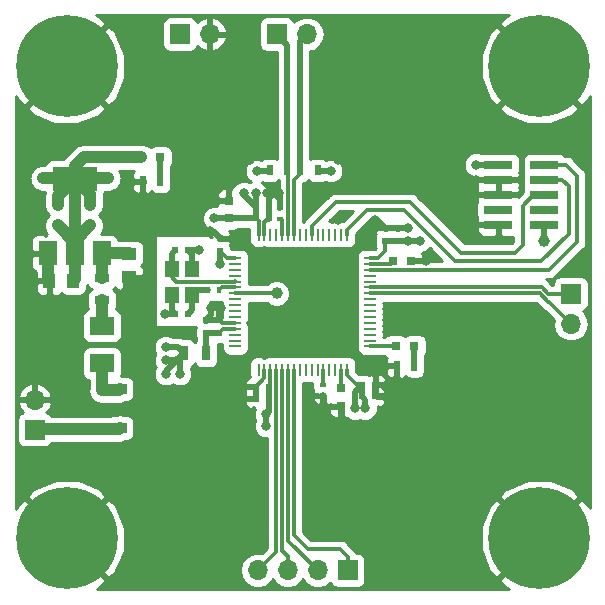
<source format=gbr>
G04 #@! TF.GenerationSoftware,KiCad,Pcbnew,(5.0.1-3-g963ef8bb5)*
G04 #@! TF.CreationDate,2020-12-22T09:25:36-05:00*
G04 #@! TF.ProjectId,STM32F4_Breakout,53544D333246345F427265616B6F7574,rev?*
G04 #@! TF.SameCoordinates,Original*
G04 #@! TF.FileFunction,Copper,L1,Top,Signal*
G04 #@! TF.FilePolarity,Positive*
%FSLAX46Y46*%
G04 Gerber Fmt 4.6, Leading zero omitted, Abs format (unit mm)*
G04 Created by KiCad (PCBNEW (5.0.1-3-g963ef8bb5)) date Tuesday, December 22, 2020 at 09:25:36 am*
%MOMM*%
%LPD*%
G01*
G04 APERTURE LIST*
G04 #@! TA.AperFunction,SMDPad,CuDef*
%ADD10R,2.400000X0.740000*%
G04 #@! TD*
G04 #@! TA.AperFunction,SMDPad,CuDef*
%ADD11R,1.250000X1.000000*%
G04 #@! TD*
G04 #@! TA.AperFunction,SMDPad,CuDef*
%ADD12R,1.000000X1.250000*%
G04 #@! TD*
G04 #@! TA.AperFunction,SMDPad,CuDef*
%ADD13R,0.500000X0.600000*%
G04 #@! TD*
G04 #@! TA.AperFunction,SMDPad,CuDef*
%ADD14R,0.600000X0.500000*%
G04 #@! TD*
G04 #@! TA.AperFunction,SMDPad,CuDef*
%ADD15R,0.800000X0.750000*%
G04 #@! TD*
G04 #@! TA.AperFunction,SMDPad,CuDef*
%ADD16R,1.200000X0.900000*%
G04 #@! TD*
G04 #@! TA.AperFunction,SMDPad,CuDef*
%ADD17R,0.800000X0.800000*%
G04 #@! TD*
G04 #@! TA.AperFunction,SMDPad,CuDef*
%ADD18R,2.030000X1.650000*%
G04 #@! TD*
G04 #@! TA.AperFunction,SMDPad,CuDef*
%ADD19R,1.300000X0.700000*%
G04 #@! TD*
G04 #@! TA.AperFunction,SMDPad,CuDef*
%ADD20R,0.700000X1.300000*%
G04 #@! TD*
G04 #@! TA.AperFunction,ComponentPad*
%ADD21C,8.600000*%
G04 #@! TD*
G04 #@! TA.AperFunction,ComponentPad*
%ADD22C,0.900000*%
G04 #@! TD*
G04 #@! TA.AperFunction,SMDPad,CuDef*
%ADD23R,1.200000X1.400000*%
G04 #@! TD*
G04 #@! TA.AperFunction,ComponentPad*
%ADD24R,1.700000X1.700000*%
G04 #@! TD*
G04 #@! TA.AperFunction,ComponentPad*
%ADD25O,1.700000X1.700000*%
G04 #@! TD*
G04 #@! TA.AperFunction,SMDPad,CuDef*
%ADD26R,0.500000X0.900000*%
G04 #@! TD*
G04 #@! TA.AperFunction,SMDPad,CuDef*
%ADD27R,0.400000X0.600000*%
G04 #@! TD*
G04 #@! TA.AperFunction,SMDPad,CuDef*
%ADD28R,0.600000X0.400000*%
G04 #@! TD*
G04 #@! TA.AperFunction,SMDPad,CuDef*
%ADD29R,1.500000X2.000000*%
G04 #@! TD*
G04 #@! TA.AperFunction,SMDPad,CuDef*
%ADD30R,3.800000X2.000000*%
G04 #@! TD*
G04 #@! TA.AperFunction,SMDPad,CuDef*
%ADD31R,0.250000X1.000000*%
G04 #@! TD*
G04 #@! TA.AperFunction,SMDPad,CuDef*
%ADD32R,1.000000X0.250000*%
G04 #@! TD*
G04 #@! TA.AperFunction,SMDPad,CuDef*
%ADD33R,0.750000X0.800000*%
G04 #@! TD*
G04 #@! TA.AperFunction,ViaPad*
%ADD34C,0.800000*%
G04 #@! TD*
G04 #@! TA.AperFunction,ViaPad*
%ADD35C,1.000000*%
G04 #@! TD*
G04 #@! TA.AperFunction,Conductor*
%ADD36C,1.000000*%
G04 #@! TD*
G04 #@! TA.AperFunction,Conductor*
%ADD37C,0.500000*%
G04 #@! TD*
G04 #@! TA.AperFunction,Conductor*
%ADD38C,0.250000*%
G04 #@! TD*
G04 #@! TA.AperFunction,Conductor*
%ADD39C,0.300000*%
G04 #@! TD*
G04 #@! TA.AperFunction,Conductor*
%ADD40C,0.254000*%
G04 #@! TD*
G04 APERTURE END LIST*
D10*
G04 #@! TO.P,J4,10*
G04 #@! TO.N,NRST*
X87450000Y-65440000D03*
G04 #@! TO.P,J4,9*
G04 #@! TO.N,GND*
X83550000Y-65440000D03*
G04 #@! TO.P,J4,8*
G04 #@! TO.N,Net-(J4-Pad8)*
X87450000Y-64170000D03*
G04 #@! TO.P,J4,7*
G04 #@! TO.N,Net-(J4-Pad7)*
X83550000Y-64170000D03*
G04 #@! TO.P,J4,6*
G04 #@! TO.N,SWO*
X87450000Y-62900000D03*
G04 #@! TO.P,J4,5*
G04 #@! TO.N,GND*
X83550000Y-62900000D03*
G04 #@! TO.P,J4,4*
G04 #@! TO.N,SWCLK*
X87450000Y-61630000D03*
G04 #@! TO.P,J4,3*
G04 #@! TO.N,GND*
X83550000Y-61630000D03*
G04 #@! TO.P,J4,2*
G04 #@! TO.N,SWDIO*
X87450000Y-60360000D03*
G04 #@! TO.P,J4,1*
G04 #@! TO.N,+3V3*
X83550000Y-60360000D03*
G04 #@! TD*
D11*
G04 #@! TO.P,C1,1*
G04 #@! TO.N,Net-(C1-Pad1)*
X52300000Y-67900000D03*
G04 #@! TO.P,C1,2*
G04 #@! TO.N,GND*
X52300000Y-69900000D03*
G04 #@! TD*
D12*
G04 #@! TO.P,C2,2*
G04 #@! TO.N,GND*
X45550000Y-70200000D03*
G04 #@! TO.P,C2,1*
G04 #@! TO.N,+3V3*
X47550000Y-70200000D03*
G04 #@! TD*
D13*
G04 #@! TO.P,C4,2*
G04 #@! TO.N,GND*
X60000000Y-66600000D03*
G04 #@! TO.P,C4,1*
G04 #@! TO.N,+3V3*
X60000000Y-67700000D03*
G04 #@! TD*
D14*
G04 #@! TO.P,C5,1*
G04 #@! TO.N,+3V3*
X64100000Y-79175000D03*
G04 #@! TO.P,C5,2*
G04 #@! TO.N,GND*
X63000000Y-79175000D03*
G04 #@! TD*
G04 #@! TO.P,C6,2*
G04 #@! TO.N,GND*
X63000000Y-80175000D03*
G04 #@! TO.P,C6,1*
G04 #@! TO.N,+3V3*
X64100000Y-80175000D03*
G04 #@! TD*
G04 #@! TO.P,C7,1*
G04 #@! TO.N,+3V3*
X72020719Y-79971942D03*
G04 #@! TO.P,C7,2*
G04 #@! TO.N,GND*
X73120719Y-79971942D03*
G04 #@! TD*
G04 #@! TO.P,C8,2*
G04 #@! TO.N,GND*
X73120719Y-78971942D03*
G04 #@! TO.P,C8,1*
G04 #@! TO.N,+3V3*
X72020719Y-78971942D03*
G04 #@! TD*
D13*
G04 #@! TO.P,C9,1*
G04 #@! TO.N,+3V3*
X75000000Y-66800000D03*
G04 #@! TO.P,C9,2*
G04 #@! TO.N,GND*
X75000000Y-65700000D03*
G04 #@! TD*
G04 #@! TO.P,C10,2*
G04 #@! TO.N,GND*
X74000000Y-65700000D03*
G04 #@! TO.P,C10,1*
G04 #@! TO.N,+3V3*
X74000000Y-66800000D03*
G04 #@! TD*
D14*
G04 #@! TO.P,C11,1*
G04 #@! TO.N,+3V3*
X63000000Y-64900000D03*
G04 #@! TO.P,C11,2*
G04 #@! TO.N,GND*
X64100000Y-64900000D03*
G04 #@! TD*
G04 #@! TO.P,C12,2*
G04 #@! TO.N,GND*
X64100000Y-63900000D03*
G04 #@! TO.P,C12,1*
G04 #@! TO.N,+3V3*
X63000000Y-63900000D03*
G04 #@! TD*
G04 #@! TO.P,C13,1*
G04 #@! TO.N,HSE_IN*
X56200000Y-67600000D03*
G04 #@! TO.P,C13,2*
G04 #@! TO.N,GND*
X57300000Y-67600000D03*
G04 #@! TD*
G04 #@! TO.P,C14,1*
G04 #@! TO.N,Net-(C14-Pad1)*
X57300000Y-73000000D03*
G04 #@! TO.P,C14,2*
G04 #@! TO.N,GND*
X56200000Y-73000000D03*
G04 #@! TD*
D13*
G04 #@! TO.P,C15,2*
G04 #@! TO.N,GND*
X58800000Y-73500000D03*
G04 #@! TO.P,C15,1*
G04 #@! TO.N,+3.3VA*
X58800000Y-74600000D03*
G04 #@! TD*
G04 #@! TO.P,C16,2*
G04 #@! TO.N,GND*
X59900000Y-73500000D03*
G04 #@! TO.P,C16,1*
G04 #@! TO.N,+3.3VA*
X59900000Y-74600000D03*
G04 #@! TD*
D15*
G04 #@! TO.P,C18,1*
G04 #@! TO.N,Net-(C18-Pad1)*
X74650000Y-68550000D03*
G04 #@! TO.P,C18,2*
G04 #@! TO.N,GND*
X76150000Y-68550000D03*
G04 #@! TD*
D16*
G04 #@! TO.P,D1,2*
G04 #@! TO.N,VCC*
X51500000Y-82650000D03*
G04 #@! TO.P,D1,1*
G04 #@! TO.N,Net-(D1-Pad1)*
X51500000Y-79350000D03*
G04 #@! TD*
D17*
G04 #@! TO.P,D2,1*
G04 #@! TO.N,Net-(D2-Pad1)*
X54927000Y-59750000D03*
G04 #@! TO.P,D2,2*
G04 #@! TO.N,+3V3*
X53327000Y-59750000D03*
G04 #@! TD*
G04 #@! TO.P,D3,2*
G04 #@! TO.N,Net-(D3-Pad2)*
X74850000Y-75750000D03*
G04 #@! TO.P,D3,1*
G04 #@! TO.N,Net-(D3-Pad1)*
X76450000Y-75750000D03*
G04 #@! TD*
D18*
G04 #@! TO.P,F1,2*
G04 #@! TO.N,Net-(F1-Pad2)*
X50000000Y-74020000D03*
G04 #@! TO.P,F1,1*
G04 #@! TO.N,Net-(D1-Pad1)*
X50000000Y-77180000D03*
G04 #@! TD*
D19*
G04 #@! TO.P,FB1,2*
G04 #@! TO.N,Net-(F1-Pad2)*
X50000000Y-71850000D03*
G04 #@! TO.P,FB1,1*
G04 #@! TO.N,Net-(C1-Pad1)*
X50000000Y-69950000D03*
G04 #@! TD*
D20*
G04 #@! TO.P,FB2,1*
G04 #@! TO.N,+3.3VA*
X58800000Y-76300000D03*
G04 #@! TO.P,FB2,2*
G04 #@! TO.N,+3V3*
X56900000Y-76300000D03*
G04 #@! TD*
D21*
G04 #@! TO.P,H1,1*
G04 #@! TO.N,GND*
X47000000Y-92000000D03*
D22*
X50225000Y-92000000D03*
X49280419Y-94280419D03*
X47000000Y-95225000D03*
X44719581Y-94280419D03*
X43775000Y-92000000D03*
X44719581Y-89719581D03*
X47000000Y-88775000D03*
X49280419Y-89719581D03*
G04 #@! TD*
G04 #@! TO.P,H2,1*
G04 #@! TO.N,GND*
X89280419Y-49719581D03*
X87000000Y-48775000D03*
X84719581Y-49719581D03*
X83775000Y-52000000D03*
X84719581Y-54280419D03*
X87000000Y-55225000D03*
X89280419Y-54280419D03*
X90225000Y-52000000D03*
D21*
X87000000Y-52000000D03*
G04 #@! TD*
G04 #@! TO.P,H3,1*
G04 #@! TO.N,GND*
X87000000Y-92000000D03*
D22*
X90225000Y-92000000D03*
X89280419Y-94280419D03*
X87000000Y-95225000D03*
X84719581Y-94280419D03*
X83775000Y-92000000D03*
X84719581Y-89719581D03*
X87000000Y-88775000D03*
X89280419Y-89719581D03*
G04 #@! TD*
G04 #@! TO.P,H4,1*
G04 #@! TO.N,GND*
X49280419Y-49719581D03*
X47000000Y-48775000D03*
X44719581Y-49719581D03*
X43775000Y-52000000D03*
X44719581Y-54280419D03*
X47000000Y-55225000D03*
X49280419Y-54280419D03*
X50225000Y-52000000D03*
D21*
X47000000Y-52000000D03*
G04 #@! TD*
D23*
G04 #@! TO.P,HSE1,4*
G04 #@! TO.N,GND*
X57600000Y-69200000D03*
G04 #@! TO.P,HSE1,3*
G04 #@! TO.N,Net-(C14-Pad1)*
X57600000Y-71400000D03*
G04 #@! TO.P,HSE1,2*
G04 #@! TO.N,GND*
X55900000Y-71400000D03*
G04 #@! TO.P,HSE1,1*
G04 #@! TO.N,HSE_IN*
X55900000Y-69200000D03*
G04 #@! TD*
D24*
G04 #@! TO.P,J1,1*
G04 #@! TO.N,USART1_RX*
X89700000Y-71300000D03*
D25*
G04 #@! TO.P,J1,2*
G04 #@! TO.N,USART1_TX*
X89700000Y-73840000D03*
G04 #@! TD*
D24*
G04 #@! TO.P,J2,1*
G04 #@! TO.N,VCC*
X44300000Y-82800000D03*
D25*
G04 #@! TO.P,J2,2*
G04 #@! TO.N,GND*
X44300000Y-80260000D03*
G04 #@! TD*
G04 #@! TO.P,J3,2*
G04 #@! TO.N,GND*
X59140000Y-49300000D03*
D24*
G04 #@! TO.P,J3,1*
G04 #@! TO.N,+3V3*
X56600000Y-49300000D03*
G04 #@! TD*
D25*
G04 #@! TO.P,J5,2*
G04 #@! TO.N,I2C1_SCL*
X67340000Y-49300000D03*
D24*
G04 #@! TO.P,J5,1*
G04 #@! TO.N,I2C1_SDA*
X64800000Y-49300000D03*
G04 #@! TD*
D25*
G04 #@! TO.P,J6,4*
G04 #@! TO.N,SPI1_CS*
X63180000Y-94700000D03*
G04 #@! TO.P,J6,3*
G04 #@! TO.N,SPI1_SCK*
X65720000Y-94700000D03*
G04 #@! TO.P,J6,2*
G04 #@! TO.N,SPI1_MISO*
X68260000Y-94700000D03*
D24*
G04 #@! TO.P,J6,1*
G04 #@! TO.N,SPI1_MOSI*
X70800000Y-94700000D03*
G04 #@! TD*
D26*
G04 #@! TO.P,R1,2*
G04 #@! TO.N,Net-(D2-Pad1)*
X54950000Y-61782000D03*
G04 #@! TO.P,R1,1*
G04 #@! TO.N,GND*
X53450000Y-61782000D03*
G04 #@! TD*
D27*
G04 #@! TO.P,R2,2*
G04 #@! TO.N,Net-(C14-Pad1)*
X59000000Y-71000000D03*
G04 #@! TO.P,R2,1*
G04 #@! TO.N,HSE_OUT*
X59900000Y-71000000D03*
G04 #@! TD*
D26*
G04 #@! TO.P,R3,2*
G04 #@! TO.N,+3V3*
X64200000Y-60850000D03*
G04 #@! TO.P,R3,1*
G04 #@! TO.N,I2C1_SDA*
X65700000Y-60850000D03*
G04 #@! TD*
G04 #@! TO.P,R4,1*
G04 #@! TO.N,I2C1_SCL*
X66750000Y-60850000D03*
G04 #@! TO.P,R4,2*
G04 #@! TO.N,+3V3*
X68250000Y-60850000D03*
G04 #@! TD*
D28*
G04 #@! TO.P,R5,1*
G04 #@! TO.N,BOOT0*
X65100000Y-64950000D03*
G04 #@! TO.P,R5,2*
G04 #@! TO.N,GND*
X65100000Y-64050000D03*
G04 #@! TD*
G04 #@! TO.P,R6,2*
G04 #@! TO.N,GND*
X68750000Y-79900000D03*
G04 #@! TO.P,R6,1*
G04 #@! TO.N,BOOT1*
X68750000Y-79000000D03*
G04 #@! TD*
D26*
G04 #@! TO.P,R7,1*
G04 #@! TO.N,GND*
X74950000Y-77400000D03*
G04 #@! TO.P,R7,2*
G04 #@! TO.N,Net-(D3-Pad1)*
X76450000Y-77400000D03*
G04 #@! TD*
D29*
G04 #@! TO.P,U1,1*
G04 #@! TO.N,GND*
X45400000Y-67850000D03*
G04 #@! TO.P,U1,3*
G04 #@! TO.N,Net-(C1-Pad1)*
X50000000Y-67850000D03*
G04 #@! TO.P,U1,2*
G04 #@! TO.N,+3V3*
X47700000Y-67850000D03*
D30*
X47700000Y-61550000D03*
G04 #@! TD*
D31*
G04 #@! TO.P,U2,64*
G04 #@! TO.N,+3V3*
X63250000Y-66300000D03*
G04 #@! TO.P,U2,63*
G04 #@! TO.N,GND*
X63750000Y-66300000D03*
G04 #@! TO.P,U2,62*
G04 #@! TO.N,Net-(U2-Pad62)*
X64250000Y-66300000D03*
G04 #@! TO.P,U2,61*
G04 #@! TO.N,Net-(U2-Pad61)*
X64750000Y-66300000D03*
G04 #@! TO.P,U2,60*
G04 #@! TO.N,BOOT0*
X65250000Y-66300000D03*
G04 #@! TO.P,U2,59*
G04 #@! TO.N,I2C1_SDA*
X65750000Y-66300000D03*
G04 #@! TO.P,U2,58*
G04 #@! TO.N,I2C1_SCL*
X66250000Y-66300000D03*
G04 #@! TO.P,U2,57*
G04 #@! TO.N,Net-(U2-Pad57)*
X66750000Y-66300000D03*
G04 #@! TO.P,U2,56*
G04 #@! TO.N,Net-(U2-Pad56)*
X67250000Y-66300000D03*
G04 #@! TO.P,U2,55*
G04 #@! TO.N,SWO*
X67750000Y-66300000D03*
G04 #@! TO.P,U2,54*
G04 #@! TO.N,Net-(U2-Pad54)*
X68250000Y-66300000D03*
G04 #@! TO.P,U2,53*
G04 #@! TO.N,Net-(U2-Pad53)*
X68750000Y-66300000D03*
G04 #@! TO.P,U2,52*
G04 #@! TO.N,Net-(U2-Pad52)*
X69250000Y-66300000D03*
G04 #@! TO.P,U2,51*
G04 #@! TO.N,Net-(U2-Pad51)*
X69750000Y-66300000D03*
G04 #@! TO.P,U2,50*
G04 #@! TO.N,Net-(U2-Pad50)*
X70250000Y-66300000D03*
G04 #@! TO.P,U2,49*
G04 #@! TO.N,SWCLK*
X70750000Y-66300000D03*
D32*
G04 #@! TO.P,U2,48*
G04 #@! TO.N,+3V3*
X72700000Y-68250000D03*
G04 #@! TO.P,U2,47*
G04 #@! TO.N,Net-(C18-Pad1)*
X72700000Y-68750000D03*
G04 #@! TO.P,U2,46*
G04 #@! TO.N,SWDIO*
X72700000Y-69250000D03*
G04 #@! TO.P,U2,45*
G04 #@! TO.N,Net-(U2-Pad45)*
X72700000Y-69750000D03*
G04 #@! TO.P,U2,44*
G04 #@! TO.N,Net-(U2-Pad44)*
X72700000Y-70250000D03*
G04 #@! TO.P,U2,43*
G04 #@! TO.N,USART1_RX*
X72700000Y-70750000D03*
G04 #@! TO.P,U2,42*
G04 #@! TO.N,USART1_TX*
X72700000Y-71250000D03*
G04 #@! TO.P,U2,41*
G04 #@! TO.N,Net-(U2-Pad41)*
X72700000Y-71750000D03*
G04 #@! TO.P,U2,40*
G04 #@! TO.N,Net-(U2-Pad40)*
X72700000Y-72250000D03*
G04 #@! TO.P,U2,39*
G04 #@! TO.N,Net-(U2-Pad39)*
X72700000Y-72750000D03*
G04 #@! TO.P,U2,38*
G04 #@! TO.N,Net-(U2-Pad38)*
X72700000Y-73250000D03*
G04 #@! TO.P,U2,37*
G04 #@! TO.N,Net-(U2-Pad37)*
X72700000Y-73750000D03*
G04 #@! TO.P,U2,36*
G04 #@! TO.N,Net-(U2-Pad36)*
X72700000Y-74250000D03*
G04 #@! TO.P,U2,35*
G04 #@! TO.N,Net-(U2-Pad35)*
X72700000Y-74750000D03*
G04 #@! TO.P,U2,34*
G04 #@! TO.N,Net-(U2-Pad34)*
X72700000Y-75250000D03*
G04 #@! TO.P,U2,33*
G04 #@! TO.N,Net-(D3-Pad2)*
X72700000Y-75750000D03*
D31*
G04 #@! TO.P,U2,32*
G04 #@! TO.N,+3V3*
X70750000Y-77700000D03*
G04 #@! TO.P,U2,31*
G04 #@! TO.N,Net-(C17-Pad1)*
X70250000Y-77700000D03*
G04 #@! TO.P,U2,30*
G04 #@! TO.N,Net-(U2-Pad30)*
X69750000Y-77700000D03*
G04 #@! TO.P,U2,29*
G04 #@! TO.N,Net-(U2-Pad29)*
X69250000Y-77700000D03*
G04 #@! TO.P,U2,28*
G04 #@! TO.N,BOOT1*
X68750000Y-77700000D03*
G04 #@! TO.P,U2,27*
G04 #@! TO.N,Net-(U2-Pad27)*
X68250000Y-77700000D03*
G04 #@! TO.P,U2,26*
G04 #@! TO.N,Net-(U2-Pad26)*
X67750000Y-77700000D03*
G04 #@! TO.P,U2,25*
G04 #@! TO.N,Net-(U2-Pad25)*
X67250000Y-77700000D03*
G04 #@! TO.P,U2,24*
G04 #@! TO.N,Net-(U2-Pad24)*
X66750000Y-77700000D03*
G04 #@! TO.P,U2,23*
G04 #@! TO.N,SPI1_MOSI*
X66250000Y-77700000D03*
G04 #@! TO.P,U2,22*
G04 #@! TO.N,SPI1_MISO*
X65750000Y-77700000D03*
G04 #@! TO.P,U2,21*
G04 #@! TO.N,SPI1_SCK*
X65250000Y-77700000D03*
G04 #@! TO.P,U2,20*
G04 #@! TO.N,SPI1_CS*
X64750000Y-77700000D03*
G04 #@! TO.P,U2,19*
G04 #@! TO.N,+3V3*
X64250000Y-77700000D03*
G04 #@! TO.P,U2,18*
G04 #@! TO.N,GND*
X63750000Y-77700000D03*
G04 #@! TO.P,U2,17*
G04 #@! TO.N,Net-(U2-Pad17)*
X63250000Y-77700000D03*
D32*
G04 #@! TO.P,U2,16*
G04 #@! TO.N,Net-(U2-Pad16)*
X61300000Y-75750000D03*
G04 #@! TO.P,U2,15*
G04 #@! TO.N,Net-(U2-Pad15)*
X61300000Y-75250000D03*
G04 #@! TO.P,U2,14*
G04 #@! TO.N,Net-(U2-Pad14)*
X61300000Y-74750000D03*
G04 #@! TO.P,U2,13*
G04 #@! TO.N,+3.3VA*
X61300000Y-74250000D03*
G04 #@! TO.P,U2,12*
G04 #@! TO.N,GND*
X61300000Y-73750000D03*
G04 #@! TO.P,U2,11*
G04 #@! TO.N,Net-(U2-Pad11)*
X61300000Y-73250000D03*
G04 #@! TO.P,U2,10*
G04 #@! TO.N,Net-(U2-Pad10)*
X61300000Y-72750000D03*
G04 #@! TO.P,U2,9*
G04 #@! TO.N,Net-(U2-Pad9)*
X61300000Y-72250000D03*
G04 #@! TO.P,U2,8*
G04 #@! TO.N,Net-(U2-Pad8)*
X61300000Y-71750000D03*
G04 #@! TO.P,U2,7*
G04 #@! TO.N,NRST*
X61300000Y-71250000D03*
G04 #@! TO.P,U2,6*
G04 #@! TO.N,HSE_OUT*
X61300000Y-70750000D03*
G04 #@! TO.P,U2,5*
G04 #@! TO.N,HSE_IN*
X61300000Y-70250000D03*
G04 #@! TO.P,U2,4*
G04 #@! TO.N,Net-(U2-Pad4)*
X61300000Y-69750000D03*
G04 #@! TO.P,U2,3*
G04 #@! TO.N,Net-(U2-Pad3)*
X61300000Y-69250000D03*
G04 #@! TO.P,U2,2*
G04 #@! TO.N,Net-(U2-Pad2)*
X61300000Y-68750000D03*
G04 #@! TO.P,U2,1*
G04 #@! TO.N,+3V3*
X61300000Y-68250000D03*
G04 #@! TD*
D33*
G04 #@! TO.P,C17,1*
G04 #@! TO.N,Net-(C17-Pad1)*
X70250000Y-79300000D03*
G04 #@! TO.P,C17,2*
G04 #@! TO.N,GND*
X70250000Y-80800000D03*
G04 #@! TD*
G04 #@! TO.P,C3,1*
G04 #@! TO.N,+3V3*
X60750000Y-64900000D03*
G04 #@! TO.P,C3,2*
G04 #@! TO.N,GND*
X60750000Y-63400000D03*
G04 #@! TD*
D34*
G04 #@! TO.N,GND*
X55300000Y-73000000D03*
X58200000Y-67600000D03*
D35*
X43500000Y-70250000D03*
X43500000Y-67750000D03*
X45500000Y-72750000D03*
X43500000Y-72750000D03*
X43500000Y-75250000D03*
X45500000Y-75250000D03*
D34*
X64000000Y-62750000D03*
X65000000Y-62750000D03*
X59500000Y-63400000D03*
X75900000Y-65700000D03*
X73100000Y-65000000D03*
X77400000Y-68500000D03*
X74900000Y-78600000D03*
X74300000Y-79600000D03*
X74300000Y-80500000D03*
X70200000Y-82000000D03*
X68700000Y-80800000D03*
X62000000Y-79200000D03*
X62000000Y-80200000D03*
X60100000Y-72500000D03*
X59200000Y-72500000D03*
D35*
X51800000Y-71500000D03*
X53200000Y-71500000D03*
D34*
X53400000Y-63200000D03*
X59100000Y-66000000D03*
X81650000Y-61650000D03*
X81650000Y-62950000D03*
X81650000Y-65450000D03*
X80000000Y-50000000D03*
X75000000Y-50000000D03*
X70000000Y-50000000D03*
X70000000Y-55000000D03*
X75000000Y-55000000D03*
X80000000Y-55000000D03*
X80000000Y-60000000D03*
X75000000Y-60000000D03*
X70000000Y-60000000D03*
X62500000Y-55000000D03*
X57500000Y-55000000D03*
X52500000Y-55000000D03*
X52500000Y-50000000D03*
X62500000Y-50000000D03*
X62500000Y-60000000D03*
X57500000Y-60000000D03*
X47500000Y-57500000D03*
X57500000Y-65000000D03*
X52500000Y-65000000D03*
X80000000Y-65000000D03*
X70000000Y-65000000D03*
X80000000Y-75000000D03*
X85000000Y-75000000D03*
X80000000Y-80000000D03*
X85000000Y-80000000D03*
X90000000Y-80000000D03*
X90000000Y-85000000D03*
X85000000Y-85000000D03*
X80000000Y-90000000D03*
X75000000Y-90000000D03*
X75000000Y-95000000D03*
X80000000Y-95000000D03*
X70000000Y-85000000D03*
X62500000Y-85000000D03*
X57500000Y-80000000D03*
X57500000Y-85000000D03*
X57500000Y-90000000D03*
X62500000Y-90000000D03*
X57500000Y-95000000D03*
X52500000Y-85000000D03*
X75000000Y-52500000D03*
X75000000Y-52500000D03*
X75000000Y-52500000D03*
X75000000Y-62500000D03*
X75000000Y-57500000D03*
X75000000Y-57500000D03*
X75000000Y-57500000D03*
X80000000Y-52500000D03*
X80000000Y-57500000D03*
X80000000Y-62500000D03*
X70000000Y-52500000D03*
X70000000Y-57500000D03*
X62500000Y-52500000D03*
X52500000Y-52500000D03*
X57500000Y-57500000D03*
X62500000Y-57500000D03*
X52500000Y-57500000D03*
X85000000Y-77500000D03*
X80000000Y-77500000D03*
X80000000Y-82500000D03*
X85000000Y-82500000D03*
X90000000Y-82500000D03*
X75000000Y-92500000D03*
X80000000Y-92500000D03*
X70000000Y-87500000D03*
X62500000Y-82500000D03*
X62500000Y-87500000D03*
X57500000Y-92500000D03*
X57500000Y-87500000D03*
X57500000Y-82500000D03*
X52500000Y-87500000D03*
X47500000Y-85000000D03*
X57500000Y-62500000D03*
X80000000Y-72500000D03*
X75000000Y-72500000D03*
X90000000Y-77500000D03*
X90000000Y-57500000D03*
X52500000Y-90000000D03*
X52500000Y-92500000D03*
X52500000Y-95000000D03*
X75000000Y-82500000D03*
X70000000Y-62500000D03*
X62500000Y-92500000D03*
X70000000Y-90000000D03*
G04 #@! TO.N,+3V3*
X63000000Y-62750000D03*
D35*
X45000000Y-61500000D03*
X50500000Y-61500000D03*
X46250000Y-63750000D03*
X49000000Y-63750000D03*
X49000000Y-65500000D03*
X46250000Y-65500000D03*
D34*
X62000000Y-62750000D03*
X59950000Y-68800000D03*
X55400000Y-78100000D03*
X56600000Y-78100000D03*
X63900000Y-81500000D03*
X71400000Y-81000000D03*
X72300000Y-81000000D03*
X76900000Y-66800000D03*
X59500000Y-64900000D03*
X63100000Y-60900000D03*
X69400000Y-60900000D03*
X75900000Y-66800000D03*
X63900000Y-82500000D03*
X55400000Y-75800000D03*
X55400000Y-76900000D03*
X81650000Y-60350000D03*
D35*
G04 #@! TO.N,NRST*
X87450000Y-66850000D03*
X64800000Y-71250000D03*
G04 #@! TD*
D36*
G04 #@! TO.N,Net-(C1-Pad1)*
X52250000Y-67850000D02*
X52300000Y-67900000D01*
X50000000Y-67850000D02*
X52250000Y-67850000D01*
X50000000Y-67850000D02*
X50000000Y-69950000D01*
D37*
G04 #@! TO.N,GND*
X57300000Y-67600000D02*
X58300000Y-67600000D01*
X55300000Y-73000000D02*
X56200000Y-73000000D01*
D38*
X57300000Y-68900000D02*
X57600000Y-69200000D01*
D37*
X55900000Y-72700000D02*
X56200000Y-73000000D01*
X55900000Y-71400000D02*
X55900000Y-72700000D01*
X57600000Y-67900000D02*
X57300000Y-67600000D01*
X57600000Y-69200000D02*
X57600000Y-67900000D01*
D39*
X63750000Y-65250000D02*
X64100000Y-64900000D01*
X63750000Y-66300000D02*
X63750000Y-65250000D01*
D37*
X63000000Y-79175000D02*
X63000000Y-80175000D01*
X73120719Y-78971942D02*
X73120719Y-79971942D01*
X74000000Y-65700000D02*
X75000000Y-65700000D01*
X64100000Y-63900000D02*
X64100000Y-64900000D01*
D39*
X60150000Y-73750000D02*
X59900000Y-73500000D01*
X61300000Y-73750000D02*
X60150000Y-73750000D01*
D37*
X59900000Y-73500000D02*
X58800000Y-73500000D01*
D36*
X45400000Y-70050000D02*
X45550000Y-70200000D01*
X45400000Y-67850000D02*
X45400000Y-70050000D01*
D39*
X63750000Y-78425000D02*
X63000000Y-79175000D01*
X63750000Y-77700000D02*
X63750000Y-78425000D01*
D37*
X64100000Y-62850000D02*
X64000000Y-62750000D01*
X64100000Y-63900000D02*
X64100000Y-62850000D01*
X59500000Y-63400000D02*
X60750000Y-63400000D01*
X74950000Y-78550000D02*
X74900000Y-78600000D01*
X74950000Y-77400000D02*
X74950000Y-78550000D01*
X73671942Y-78971942D02*
X74300000Y-79600000D01*
X73120719Y-78971942D02*
X73671942Y-78971942D01*
X73771942Y-79971942D02*
X74300000Y-80500000D01*
X73120719Y-79971942D02*
X73771942Y-79971942D01*
X77350000Y-68550000D02*
X77400000Y-68500000D01*
X76150000Y-68550000D02*
X77350000Y-68550000D01*
X68750000Y-80750000D02*
X68700000Y-80800000D01*
X68750000Y-79900000D02*
X68750000Y-80750000D01*
X70250000Y-81950000D02*
X70200000Y-82000000D01*
X70250000Y-80800000D02*
X70250000Y-81950000D01*
X62975000Y-80200000D02*
X63000000Y-80175000D01*
X62000000Y-80200000D02*
X62975000Y-80200000D01*
X62975000Y-79200000D02*
X63000000Y-79175000D01*
X62000000Y-79200000D02*
X62975000Y-79200000D01*
X59200000Y-73100000D02*
X58800000Y-73500000D01*
X59200000Y-72500000D02*
X59200000Y-73100000D01*
X60100000Y-73300000D02*
X59900000Y-73500000D01*
X60100000Y-72500000D02*
X60100000Y-73300000D01*
D36*
X52300000Y-71000000D02*
X51800000Y-71500000D01*
X52300000Y-69900000D02*
X52300000Y-71000000D01*
X53200000Y-70800000D02*
X52300000Y-69900000D01*
X53200000Y-71500000D02*
X53200000Y-70800000D01*
D37*
X53450000Y-63150000D02*
X53400000Y-63200000D01*
X53450000Y-61782000D02*
X53450000Y-63150000D01*
X73300000Y-65000000D02*
X74000000Y-65700000D01*
X73100000Y-65000000D02*
X73300000Y-65000000D01*
X75900000Y-65700000D02*
X75000000Y-65700000D01*
X65100000Y-62750000D02*
X65100000Y-63400000D01*
X65100000Y-63400000D02*
X65100000Y-63100000D01*
X65100000Y-64050000D02*
X65100000Y-63400000D01*
X59400000Y-66000000D02*
X60000000Y-66600000D01*
X59100000Y-66000000D02*
X59400000Y-66000000D01*
X83530000Y-61650000D02*
X83550000Y-61630000D01*
X81650000Y-61650000D02*
X83530000Y-61650000D01*
X83500000Y-62950000D02*
X83550000Y-62900000D01*
X81650000Y-62950000D02*
X83500000Y-62950000D01*
X83540000Y-65450000D02*
X83550000Y-65440000D01*
X81650000Y-65450000D02*
X83540000Y-65450000D01*
D39*
G04 #@! TO.N,+3V3*
X63250000Y-65150000D02*
X63000000Y-64900000D01*
X63250000Y-66300000D02*
X63250000Y-65150000D01*
X60550000Y-68250000D02*
X60000000Y-67700000D01*
X61300000Y-68250000D02*
X60550000Y-68250000D01*
X70750000Y-77700000D02*
X70750000Y-77701223D01*
X71998777Y-78950000D02*
X72020719Y-78971942D01*
X71500000Y-78950000D02*
X71998777Y-78950000D01*
X70750000Y-78200000D02*
X71500000Y-78950000D01*
X70750000Y-77700000D02*
X70750000Y-78200000D01*
X72700000Y-68250000D02*
X73400000Y-68250000D01*
X74000000Y-67650000D02*
X74000000Y-66800000D01*
X73400000Y-68250000D02*
X74000000Y-67650000D01*
D37*
X64100000Y-79175000D02*
X64100000Y-80175000D01*
X72020719Y-78971942D02*
X72020719Y-79971942D01*
X74000000Y-66800000D02*
X75000000Y-66800000D01*
X63000000Y-63900000D02*
X63000000Y-64900000D01*
X63000000Y-64900000D02*
X61500000Y-64900000D01*
D36*
X47700000Y-67850000D02*
X47700000Y-61550000D01*
X47700000Y-61550000D02*
X47700000Y-60500000D01*
X48450000Y-59750000D02*
X53327000Y-59750000D01*
X47700000Y-60500000D02*
X48450000Y-59750000D01*
X47700000Y-70050000D02*
X47550000Y-70200000D01*
X47700000Y-67850000D02*
X47700000Y-70050000D01*
D39*
X64250000Y-79025000D02*
X64100000Y-79175000D01*
X64250000Y-77700000D02*
X64250000Y-79025000D01*
D36*
X47650000Y-61500000D02*
X47700000Y-61550000D01*
X45000000Y-61500000D02*
X47650000Y-61500000D01*
X47750000Y-61500000D02*
X47700000Y-61550000D01*
X50500000Y-61500000D02*
X47750000Y-61500000D01*
X46250000Y-63000000D02*
X47700000Y-61550000D01*
X46250000Y-63750000D02*
X46250000Y-63000000D01*
X49000000Y-62850000D02*
X47700000Y-61550000D01*
X49000000Y-63750000D02*
X49000000Y-62850000D01*
X47700000Y-66950000D02*
X47700000Y-67850000D01*
X46250000Y-65500000D02*
X47700000Y-66950000D01*
X47700000Y-66800000D02*
X47700000Y-67850000D01*
X49000000Y-65500000D02*
X47700000Y-66800000D01*
D37*
X61500000Y-64900000D02*
X60750000Y-64900000D01*
X63000000Y-63900000D02*
X63000000Y-62750000D01*
X62000000Y-62900000D02*
X63000000Y-63900000D01*
X62000000Y-62750000D02*
X62000000Y-62900000D01*
X59500000Y-64900000D02*
X60750000Y-64900000D01*
X68300000Y-60900000D02*
X68250000Y-60850000D01*
X69400000Y-60900000D02*
X68300000Y-60900000D01*
X64150000Y-60900000D02*
X64200000Y-60850000D01*
X63100000Y-60900000D02*
X64150000Y-60900000D01*
X72300000Y-80251223D02*
X72020719Y-79971942D01*
X72300000Y-81000000D02*
X72300000Y-80251223D01*
X71400000Y-79592661D02*
X72020719Y-78971942D01*
X71400000Y-81000000D02*
X71400000Y-79592661D01*
X64100000Y-81300000D02*
X63900000Y-81500000D01*
X64100000Y-80175000D02*
X64100000Y-81300000D01*
X64100000Y-80175000D02*
X64100000Y-80300000D01*
X63900000Y-81500000D02*
X63900000Y-82500000D01*
X56400000Y-75800000D02*
X56900000Y-76300000D01*
X55400000Y-75800000D02*
X56400000Y-75800000D01*
X56300000Y-76900000D02*
X56900000Y-76300000D01*
X55400000Y-76900000D02*
X56300000Y-76900000D01*
X55400000Y-77800000D02*
X56900000Y-76300000D01*
X55400000Y-78100000D02*
X55400000Y-77800000D01*
X56600000Y-76600000D02*
X56900000Y-76300000D01*
X56600000Y-78100000D02*
X56600000Y-76600000D01*
X75900000Y-66800000D02*
X75000000Y-66800000D01*
X76900000Y-66800000D02*
X75900000Y-66800000D01*
X60000000Y-68750000D02*
X59950000Y-68800000D01*
X60000000Y-67700000D02*
X60000000Y-68750000D01*
X83540000Y-60350000D02*
X83550000Y-60360000D01*
X81650000Y-60350000D02*
X83540000Y-60350000D01*
D38*
G04 #@! TO.N,HSE_IN*
X56200000Y-68900000D02*
X55900000Y-69200000D01*
D37*
X55900000Y-67900000D02*
X56200000Y-67600000D01*
X55900000Y-69200000D02*
X55900000Y-67900000D01*
D39*
X61275001Y-70225001D02*
X61300000Y-70250000D01*
X55900000Y-69200000D02*
X55900000Y-69430002D01*
X55900000Y-69900000D02*
X55900000Y-69200000D01*
X56250001Y-70250001D02*
X55900000Y-69900000D01*
X61300000Y-70250000D02*
X56250001Y-70250001D01*
G04 #@! TO.N,+3.3VA*
X60250000Y-74250000D02*
X59900000Y-74600000D01*
X61300000Y-74250000D02*
X60250000Y-74250000D01*
D37*
X59900000Y-74600000D02*
X58800000Y-74600000D01*
X58800000Y-76300000D02*
X58800000Y-74600000D01*
D39*
G04 #@! TO.N,Net-(C18-Pad1)*
X74450000Y-68750000D02*
X74650000Y-68550000D01*
X72700000Y-68750000D02*
X74450000Y-68750000D01*
D36*
G04 #@! TO.N,VCC*
X51400000Y-82750000D02*
X51500000Y-82650000D01*
X44350000Y-82750000D02*
X51400000Y-82750000D01*
X44300000Y-82800000D02*
X44350000Y-82750000D01*
G04 #@! TO.N,Net-(D1-Pad1)*
X50000000Y-77180000D02*
X50000000Y-79450000D01*
X51400000Y-79450000D02*
X51500000Y-79350000D01*
X50000000Y-79450000D02*
X51400000Y-79450000D01*
D37*
G04 #@! TO.N,Net-(D2-Pad1)*
X54927000Y-61759000D02*
X54950000Y-61782000D01*
X54927000Y-59750000D02*
X54927000Y-61759000D01*
G04 #@! TO.N,Net-(D3-Pad1)*
X76450000Y-75750000D02*
X76450000Y-77400000D01*
D39*
G04 #@! TO.N,Net-(D3-Pad2)*
X72700000Y-75750000D02*
X74850000Y-75750000D01*
D36*
G04 #@! TO.N,Net-(F1-Pad2)*
X50000000Y-71850000D02*
X50000000Y-74020000D01*
D39*
G04 #@! TO.N,USART1_TX*
X87042880Y-71250000D02*
X87792880Y-72000000D01*
X72700000Y-71250000D02*
X87042880Y-71250000D01*
X87860000Y-72000000D02*
X89700000Y-73840000D01*
X87792880Y-72000000D02*
X87860000Y-72000000D01*
G04 #@! TO.N,USART1_RX*
X72700000Y-70750000D02*
X87250000Y-70750000D01*
X87800000Y-71300000D02*
X89700000Y-71300000D01*
X87250000Y-70750000D02*
X87800000Y-71300000D01*
G04 #@! TO.N,NRST*
X61300000Y-71250000D02*
X64800000Y-71250000D01*
D37*
X87450000Y-65440000D02*
X87450000Y-66850000D01*
D39*
G04 #@! TO.N,SWO*
X85600000Y-63819998D02*
X86519998Y-62900000D01*
X86519998Y-62900000D02*
X87450000Y-62900000D01*
X85600000Y-67200000D02*
X85600000Y-63819998D01*
X85000000Y-67800000D02*
X85600000Y-67200000D01*
X80400000Y-67800000D02*
X85000000Y-67800000D01*
X76100000Y-63500000D02*
X80400000Y-67800000D01*
X67774999Y-65519999D02*
X69794998Y-63500000D01*
X69794998Y-63500000D02*
X76100000Y-63500000D01*
X67774999Y-66275001D02*
X67750000Y-66300000D01*
X67774999Y-65519999D02*
X67774999Y-66275001D01*
G04 #@! TO.N,SWCLK*
X88950000Y-61630000D02*
X87450000Y-61630000D01*
X89500000Y-62180000D02*
X88950000Y-61630000D01*
X87200000Y-68500000D02*
X89500000Y-66200000D01*
X79900000Y-68500000D02*
X87200000Y-68500000D01*
X75600000Y-64200000D02*
X79900000Y-68500000D01*
X70750000Y-65925000D02*
X72475000Y-64200000D01*
X72475000Y-64200000D02*
X75600000Y-64200000D01*
X70750000Y-66300000D02*
X70750000Y-65925000D01*
X89500000Y-66200000D02*
X89500000Y-62180000D01*
G04 #@! TO.N,SWDIO*
X73969999Y-69275001D02*
X73944998Y-69250000D01*
X73500000Y-69250000D02*
X72700000Y-69250000D01*
X90200000Y-66900000D02*
X87824999Y-69275001D01*
X73944998Y-69250000D02*
X73500000Y-69250000D01*
X90200000Y-61300000D02*
X90200000Y-66900000D01*
X89300000Y-60400000D02*
X90200000Y-61300000D01*
X88320000Y-60400000D02*
X89300000Y-60400000D01*
X87824999Y-69275001D02*
X73969999Y-69275001D01*
X88280000Y-60360000D02*
X88320000Y-60400000D01*
X87450000Y-60360000D02*
X88280000Y-60360000D01*
G04 #@! TO.N,I2C1_SCL*
X66250000Y-61630002D02*
X66750000Y-61130002D01*
X66750000Y-61130002D02*
X66750000Y-60850000D01*
X66250000Y-66300000D02*
X66250000Y-61630002D01*
D37*
X66750000Y-49890000D02*
X67340000Y-49300000D01*
X66750000Y-60850000D02*
X66750000Y-49890000D01*
D39*
G04 #@! TO.N,I2C1_SDA*
X65750000Y-60900000D02*
X65700000Y-60850000D01*
X65750000Y-66300000D02*
X65750000Y-60900000D01*
D37*
X65700000Y-50200000D02*
X64800000Y-49300000D01*
X65700000Y-60850000D02*
X65700000Y-50200000D01*
D39*
G04 #@! TO.N,SPI1_SCK*
X65250000Y-93027919D02*
X65720000Y-93497919D01*
X65720000Y-93497919D02*
X65720000Y-94700000D01*
X65250000Y-77700000D02*
X65250000Y-93027919D01*
G04 #@! TO.N,SPI1_MISO*
X65750000Y-92190000D02*
X68260000Y-94700000D01*
X65750000Y-77700000D02*
X65750000Y-92190000D01*
G04 #@! TO.N,SPI1_MOSI*
X66250000Y-91750000D02*
X67400000Y-92900000D01*
X70800000Y-93550000D02*
X70800000Y-94700000D01*
X70150000Y-92900000D02*
X70800000Y-93550000D01*
X67400000Y-92900000D02*
X70150000Y-92900000D01*
X66250000Y-77700000D02*
X66250000Y-91750000D01*
G04 #@! TO.N,SPI1_CS*
X64750000Y-77700000D02*
X64750000Y-78500000D01*
X64750000Y-93130000D02*
X63180000Y-94700000D01*
X64750000Y-77700000D02*
X64750000Y-93130000D01*
G04 #@! TO.N,HSE_OUT*
X60150000Y-70750000D02*
X59900000Y-71000000D01*
X61300000Y-70750000D02*
X60150000Y-70750000D01*
G04 #@! TO.N,BOOT0*
X65250000Y-65050000D02*
X65200000Y-65000000D01*
X65250000Y-65050000D02*
X65150000Y-64950000D01*
X65250000Y-65100000D02*
X65100000Y-64950000D01*
X65250000Y-66300000D02*
X65250000Y-65100000D01*
G04 #@! TO.N,BOOT1*
X68750000Y-77700000D02*
X68750000Y-79000000D01*
D37*
G04 #@! TO.N,Net-(C14-Pad1)*
X57300000Y-71700000D02*
X57600000Y-71400000D01*
X57600000Y-72700000D02*
X57300000Y-73000000D01*
X57600000Y-71400000D02*
X57600000Y-72700000D01*
X57900000Y-71100000D02*
X57600000Y-71400000D01*
X58000000Y-71000000D02*
X57600000Y-71400000D01*
X59000000Y-71000000D02*
X58000000Y-71000000D01*
D39*
G04 #@! TO.N,Net-(C17-Pad1)*
X70250000Y-77700000D02*
X70250000Y-79300000D01*
G04 #@! TD*
D40*
G04 #@! TO.N,GND*
G36*
X84263506Y-47777510D02*
X84146139Y-47855932D01*
X83645290Y-48465684D01*
X84145441Y-48965835D01*
X84145441Y-48965836D01*
X87000000Y-51820395D01*
X87014143Y-51806253D01*
X87193748Y-51985858D01*
X87179605Y-52000000D01*
X90034164Y-54854559D01*
X90034165Y-54854559D01*
X90534316Y-55354710D01*
X91144068Y-54853861D01*
X91290000Y-54515071D01*
X91290001Y-89433185D01*
X91222490Y-89263506D01*
X91144068Y-89146139D01*
X90534316Y-88645290D01*
X90034165Y-89145441D01*
X90034164Y-89145441D01*
X87179605Y-92000000D01*
X87193748Y-92014143D01*
X87014143Y-92193748D01*
X87000000Y-92179605D01*
X84145441Y-95034164D01*
X84145441Y-95034165D01*
X83645290Y-95534316D01*
X84146139Y-96144068D01*
X84484929Y-96290000D01*
X49566817Y-96290000D01*
X49736494Y-96222490D01*
X49853861Y-96144068D01*
X50354710Y-95534316D01*
X49854559Y-95034165D01*
X49854559Y-95034164D01*
X47000000Y-92179605D01*
X46985858Y-92193748D01*
X46806253Y-92014143D01*
X46820395Y-92000000D01*
X47179605Y-92000000D01*
X50034164Y-94854559D01*
X50034165Y-94854559D01*
X50534316Y-95354710D01*
X51144068Y-94853861D01*
X51210342Y-94700000D01*
X61665908Y-94700000D01*
X61781161Y-95279418D01*
X62109375Y-95770625D01*
X62600582Y-96098839D01*
X63033744Y-96185000D01*
X63326256Y-96185000D01*
X63759418Y-96098839D01*
X64250625Y-95770625D01*
X64450000Y-95472239D01*
X64649375Y-95770625D01*
X65140582Y-96098839D01*
X65573744Y-96185000D01*
X65866256Y-96185000D01*
X66299418Y-96098839D01*
X66790625Y-95770625D01*
X66990000Y-95472239D01*
X67189375Y-95770625D01*
X67680582Y-96098839D01*
X68113744Y-96185000D01*
X68406256Y-96185000D01*
X68839418Y-96098839D01*
X69330625Y-95770625D01*
X69342816Y-95752381D01*
X69351843Y-95797765D01*
X69492191Y-96007809D01*
X69702235Y-96148157D01*
X69950000Y-96197440D01*
X71650000Y-96197440D01*
X71897765Y-96148157D01*
X72107809Y-96007809D01*
X72248157Y-95797765D01*
X72297440Y-95550000D01*
X72297440Y-93850000D01*
X72248157Y-93602235D01*
X72107809Y-93392191D01*
X71897765Y-93251843D01*
X71650000Y-93202560D01*
X71511960Y-93202560D01*
X71409749Y-93049591D01*
X71409747Y-93049589D01*
X71365953Y-92984047D01*
X71300411Y-92940253D01*
X71272472Y-92912314D01*
X82051717Y-92912314D01*
X82777510Y-94736494D01*
X82855932Y-94853861D01*
X83465684Y-95354710D01*
X83965835Y-94854559D01*
X83965836Y-94854559D01*
X86820395Y-92000000D01*
X83965836Y-89145441D01*
X83965835Y-89145441D01*
X83465684Y-88645290D01*
X82855932Y-89146139D01*
X82079255Y-90949242D01*
X82051717Y-92912314D01*
X71272472Y-92912314D01*
X70759749Y-92399592D01*
X70715953Y-92334047D01*
X70456292Y-92160546D01*
X70227316Y-92115000D01*
X70227312Y-92115000D01*
X70150000Y-92099622D01*
X70072688Y-92115000D01*
X67725157Y-92115000D01*
X67035000Y-91424843D01*
X67035000Y-88465684D01*
X83645290Y-88465684D01*
X84145441Y-88965835D01*
X84145441Y-88965836D01*
X87000000Y-91820395D01*
X89854559Y-88965836D01*
X89854559Y-88965835D01*
X90354710Y-88465684D01*
X89853861Y-87855932D01*
X88050758Y-87079255D01*
X86087686Y-87051717D01*
X84263506Y-87777510D01*
X84146139Y-87855932D01*
X83645290Y-88465684D01*
X67035000Y-88465684D01*
X67035000Y-81085750D01*
X69240000Y-81085750D01*
X69240000Y-81326309D01*
X69336673Y-81559698D01*
X69515301Y-81738327D01*
X69748690Y-81835000D01*
X69964250Y-81835000D01*
X70123000Y-81676250D01*
X70123000Y-80927000D01*
X69398750Y-80927000D01*
X69240000Y-81085750D01*
X67035000Y-81085750D01*
X67035000Y-80158750D01*
X67815000Y-80158750D01*
X67815000Y-80226309D01*
X67911673Y-80459698D01*
X68090301Y-80638327D01*
X68323690Y-80735000D01*
X68464250Y-80735000D01*
X68623000Y-80576250D01*
X68623000Y-80000000D01*
X67973750Y-80000000D01*
X67815000Y-80158750D01*
X67035000Y-80158750D01*
X67035000Y-78829538D01*
X67125000Y-78847440D01*
X67375000Y-78847440D01*
X67500000Y-78822576D01*
X67625000Y-78847440D01*
X67802560Y-78847440D01*
X67802560Y-79200000D01*
X67851843Y-79447765D01*
X67861299Y-79461916D01*
X67815000Y-79573691D01*
X67815000Y-79641250D01*
X67973750Y-79800000D01*
X68211500Y-79800000D01*
X68450000Y-79847440D01*
X68897000Y-79847440D01*
X68897000Y-80000000D01*
X68877000Y-80000000D01*
X68877000Y-80576250D01*
X69035750Y-80735000D01*
X69176310Y-80735000D01*
X69377439Y-80651689D01*
X69398750Y-80673000D01*
X70123000Y-80673000D01*
X70123000Y-80653000D01*
X70377000Y-80653000D01*
X70377000Y-80673000D01*
X70397000Y-80673000D01*
X70397000Y-80716871D01*
X70365000Y-80794126D01*
X70365000Y-81205874D01*
X70377000Y-81234845D01*
X70377000Y-81676250D01*
X70535750Y-81835000D01*
X70751310Y-81835000D01*
X70765437Y-81829148D01*
X70813720Y-81877431D01*
X71194126Y-82035000D01*
X71605874Y-82035000D01*
X71850000Y-81933880D01*
X72094126Y-82035000D01*
X72505874Y-82035000D01*
X72886280Y-81877431D01*
X73177431Y-81586280D01*
X73335000Y-81205874D01*
X73335000Y-80794126D01*
X73328881Y-80779354D01*
X73406469Y-80856942D01*
X73547028Y-80856942D01*
X73780417Y-80760269D01*
X73959046Y-80581641D01*
X74055719Y-80348252D01*
X74055719Y-80255692D01*
X73896969Y-80096942D01*
X73247719Y-80096942D01*
X73247719Y-80118942D01*
X73176026Y-80118942D01*
X73133652Y-79905913D01*
X72993719Y-79696490D01*
X72993719Y-79096942D01*
X73247719Y-79096942D01*
X73247719Y-79846942D01*
X73396469Y-79846942D01*
X73406469Y-79856942D01*
X73547028Y-79856942D01*
X73571170Y-79846942D01*
X73896969Y-79846942D01*
X74055719Y-79688192D01*
X74055719Y-79595632D01*
X74004485Y-79471942D01*
X74055719Y-79348252D01*
X74055719Y-79255692D01*
X73896969Y-79096942D01*
X73571170Y-79096942D01*
X73547028Y-79086942D01*
X73406469Y-79086942D01*
X73396469Y-79096942D01*
X73247719Y-79096942D01*
X72993719Y-79096942D01*
X72973719Y-79096942D01*
X72973719Y-78846942D01*
X72993719Y-78846942D01*
X72993719Y-78245692D01*
X73247719Y-78245692D01*
X73247719Y-78846942D01*
X73896969Y-78846942D01*
X74055719Y-78688192D01*
X74055719Y-78595632D01*
X73959046Y-78362243D01*
X73780417Y-78183615D01*
X73547028Y-78086942D01*
X73406469Y-78086942D01*
X73247719Y-78245692D01*
X72993719Y-78245692D01*
X72834969Y-78086942D01*
X72694410Y-78086942D01*
X72582635Y-78133241D01*
X72568484Y-78123785D01*
X72320719Y-78074502D01*
X72045343Y-78074502D01*
X72020719Y-78069604D01*
X71996095Y-78074502D01*
X71734660Y-78074502D01*
X71535000Y-77874843D01*
X71535000Y-77685750D01*
X74065000Y-77685750D01*
X74065000Y-77976310D01*
X74161673Y-78209699D01*
X74340302Y-78388327D01*
X74573691Y-78485000D01*
X74666250Y-78485000D01*
X74825000Y-78326250D01*
X74825000Y-77527000D01*
X74223750Y-77527000D01*
X74065000Y-77685750D01*
X71535000Y-77685750D01*
X71535000Y-77622684D01*
X71522440Y-77559540D01*
X71522440Y-77200000D01*
X71473157Y-76952235D01*
X71332809Y-76742191D01*
X71122765Y-76601843D01*
X70875000Y-76552560D01*
X70625000Y-76552560D01*
X70500000Y-76577424D01*
X70375000Y-76552560D01*
X70125000Y-76552560D01*
X70000000Y-76577424D01*
X69875000Y-76552560D01*
X69625000Y-76552560D01*
X69500000Y-76577424D01*
X69375000Y-76552560D01*
X69125000Y-76552560D01*
X69000000Y-76577424D01*
X68875000Y-76552560D01*
X68625000Y-76552560D01*
X68500000Y-76577424D01*
X68375000Y-76552560D01*
X68125000Y-76552560D01*
X68000000Y-76577424D01*
X67875000Y-76552560D01*
X67625000Y-76552560D01*
X67500000Y-76577424D01*
X67375000Y-76552560D01*
X67125000Y-76552560D01*
X67000000Y-76577424D01*
X66875000Y-76552560D01*
X66625000Y-76552560D01*
X66500000Y-76577424D01*
X66375000Y-76552560D01*
X66125000Y-76552560D01*
X66000000Y-76577424D01*
X65875000Y-76552560D01*
X65625000Y-76552560D01*
X65500000Y-76577424D01*
X65375000Y-76552560D01*
X65125000Y-76552560D01*
X65000000Y-76577424D01*
X64875000Y-76552560D01*
X64625000Y-76552560D01*
X64500000Y-76577424D01*
X64375000Y-76552560D01*
X64125000Y-76552560D01*
X64021148Y-76573217D01*
X64001310Y-76565000D01*
X63971250Y-76565000D01*
X63948603Y-76587647D01*
X63877235Y-76601843D01*
X63750000Y-76686859D01*
X63622765Y-76601843D01*
X63551397Y-76587647D01*
X63528750Y-76565000D01*
X63498690Y-76565000D01*
X63478852Y-76573217D01*
X63375000Y-76552560D01*
X63125000Y-76552560D01*
X62877235Y-76601843D01*
X62667191Y-76742191D01*
X62526843Y-76952235D01*
X62477560Y-77200000D01*
X62477560Y-78200000D01*
X62501417Y-78319937D01*
X62340302Y-78386673D01*
X62161673Y-78565301D01*
X62065000Y-78798690D01*
X62065000Y-78891250D01*
X62223750Y-79050000D01*
X62873000Y-79050000D01*
X62873000Y-79028000D01*
X63127000Y-79028000D01*
X63127000Y-79050000D01*
X63147000Y-79050000D01*
X63147000Y-79300000D01*
X63127000Y-79300000D01*
X63127000Y-80050000D01*
X63147000Y-80050000D01*
X63147000Y-80300000D01*
X63127000Y-80300000D01*
X63127000Y-80322000D01*
X62873000Y-80322000D01*
X62873000Y-80300000D01*
X62223750Y-80300000D01*
X62065000Y-80458750D01*
X62065000Y-80551310D01*
X62161673Y-80784699D01*
X62340302Y-80963327D01*
X62573691Y-81060000D01*
X62714250Y-81060000D01*
X62872998Y-80901252D01*
X62872998Y-81060000D01*
X62961978Y-81060000D01*
X62865000Y-81294126D01*
X62865000Y-81705874D01*
X62986831Y-82000000D01*
X62865000Y-82294126D01*
X62865000Y-82705874D01*
X63022569Y-83086280D01*
X63313720Y-83377431D01*
X63694126Y-83535000D01*
X63965000Y-83535000D01*
X63965001Y-92804841D01*
X63516918Y-93252925D01*
X63326256Y-93215000D01*
X63033744Y-93215000D01*
X62600582Y-93301161D01*
X62109375Y-93629375D01*
X61781161Y-94120582D01*
X61665908Y-94700000D01*
X51210342Y-94700000D01*
X51920745Y-93050758D01*
X51948283Y-91087686D01*
X51222490Y-89263506D01*
X51144068Y-89146139D01*
X50534316Y-88645290D01*
X50034165Y-89145441D01*
X50034164Y-89145441D01*
X47179605Y-92000000D01*
X46820395Y-92000000D01*
X43965836Y-89145441D01*
X43965835Y-89145441D01*
X43465684Y-88645290D01*
X42855932Y-89146139D01*
X42710000Y-89484929D01*
X42710000Y-88465684D01*
X43645290Y-88465684D01*
X44145441Y-88965835D01*
X44145441Y-88965836D01*
X47000000Y-91820395D01*
X49854559Y-88965836D01*
X49854559Y-88965835D01*
X50354710Y-88465684D01*
X49853861Y-87855932D01*
X48050758Y-87079255D01*
X46087686Y-87051717D01*
X44263506Y-87777510D01*
X44146139Y-87855932D01*
X43645290Y-88465684D01*
X42710000Y-88465684D01*
X42710000Y-81950000D01*
X42802560Y-81950000D01*
X42802560Y-83650000D01*
X42851843Y-83897765D01*
X42992191Y-84107809D01*
X43202235Y-84248157D01*
X43450000Y-84297440D01*
X45150000Y-84297440D01*
X45397765Y-84248157D01*
X45607809Y-84107809D01*
X45748157Y-83897765D01*
X45750696Y-83885000D01*
X51288217Y-83885000D01*
X51400000Y-83907235D01*
X51511783Y-83885000D01*
X51842855Y-83819146D01*
X51950171Y-83747440D01*
X52100000Y-83747440D01*
X52347765Y-83698157D01*
X52557809Y-83557809D01*
X52698157Y-83347765D01*
X52747440Y-83100000D01*
X52747440Y-82200000D01*
X52698157Y-81952235D01*
X52557809Y-81742191D01*
X52347765Y-81601843D01*
X52100000Y-81552560D01*
X51800607Y-81552560D01*
X51499999Y-81492765D01*
X51199393Y-81552560D01*
X50900000Y-81552560D01*
X50652235Y-81601843D01*
X50632544Y-81615000D01*
X45689868Y-81615000D01*
X45607809Y-81492191D01*
X45397765Y-81351843D01*
X45294292Y-81331261D01*
X45571645Y-81026924D01*
X45741476Y-80616890D01*
X45620155Y-80387000D01*
X44427000Y-80387000D01*
X44427000Y-80407000D01*
X44173000Y-80407000D01*
X44173000Y-80387000D01*
X42979845Y-80387000D01*
X42858524Y-80616890D01*
X43028355Y-81026924D01*
X43305708Y-81331261D01*
X43202235Y-81351843D01*
X42992191Y-81492191D01*
X42851843Y-81702235D01*
X42802560Y-81950000D01*
X42710000Y-81950000D01*
X42710000Y-79903110D01*
X42858524Y-79903110D01*
X42979845Y-80133000D01*
X44173000Y-80133000D01*
X44173000Y-78939181D01*
X44427000Y-78939181D01*
X44427000Y-80133000D01*
X45620155Y-80133000D01*
X45741476Y-79903110D01*
X45571645Y-79493076D01*
X45181358Y-79064817D01*
X44656892Y-78818514D01*
X44427000Y-78939181D01*
X44173000Y-78939181D01*
X43943108Y-78818514D01*
X43418642Y-79064817D01*
X43028355Y-79493076D01*
X42858524Y-79903110D01*
X42710000Y-79903110D01*
X42710000Y-76355000D01*
X48337560Y-76355000D01*
X48337560Y-78005000D01*
X48386843Y-78252765D01*
X48527191Y-78462809D01*
X48737235Y-78603157D01*
X48865001Y-78628571D01*
X48865001Y-79338212D01*
X48842765Y-79450000D01*
X48930854Y-79892855D01*
X49181711Y-80268289D01*
X49557145Y-80519146D01*
X49888217Y-80585000D01*
X50000000Y-80607235D01*
X50111783Y-80585000D01*
X51288217Y-80585000D01*
X51400000Y-80607235D01*
X51511783Y-80585000D01*
X51842855Y-80519146D01*
X51950171Y-80447440D01*
X52100000Y-80447440D01*
X52347765Y-80398157D01*
X52557809Y-80257809D01*
X52698157Y-80047765D01*
X52747440Y-79800000D01*
X52747440Y-79458750D01*
X62065000Y-79458750D01*
X62065000Y-79551310D01*
X62116234Y-79675000D01*
X62065000Y-79798690D01*
X62065000Y-79891250D01*
X62223750Y-80050000D01*
X62549549Y-80050000D01*
X62573691Y-80060000D01*
X62714250Y-80060000D01*
X62724250Y-80050000D01*
X62873000Y-80050000D01*
X62873000Y-79300000D01*
X62724250Y-79300000D01*
X62714250Y-79290000D01*
X62573691Y-79290000D01*
X62549549Y-79300000D01*
X62223750Y-79300000D01*
X62065000Y-79458750D01*
X52747440Y-79458750D01*
X52747440Y-78900000D01*
X52698157Y-78652235D01*
X52557809Y-78442191D01*
X52347765Y-78301843D01*
X52100000Y-78252560D01*
X51800607Y-78252560D01*
X51620331Y-78216701D01*
X51662440Y-78005000D01*
X51662440Y-76355000D01*
X51613157Y-76107235D01*
X51472809Y-75897191D01*
X51262765Y-75756843D01*
X51015000Y-75707560D01*
X48985000Y-75707560D01*
X48737235Y-75756843D01*
X48527191Y-75897191D01*
X48386843Y-76107235D01*
X48337560Y-76355000D01*
X42710000Y-76355000D01*
X42710000Y-75594126D01*
X54365000Y-75594126D01*
X54365000Y-76005874D01*
X54507541Y-76350000D01*
X54365000Y-76694126D01*
X54365000Y-77105874D01*
X54522569Y-77486280D01*
X54536289Y-77500000D01*
X54522569Y-77513720D01*
X54365000Y-77894126D01*
X54365000Y-78305874D01*
X54522569Y-78686280D01*
X54813720Y-78977431D01*
X55194126Y-79135000D01*
X55605874Y-79135000D01*
X55986280Y-78977431D01*
X56000000Y-78963711D01*
X56013720Y-78977431D01*
X56394126Y-79135000D01*
X56805874Y-79135000D01*
X57186280Y-78977431D01*
X57477431Y-78686280D01*
X57635000Y-78305874D01*
X57635000Y-77894126D01*
X57492157Y-77549272D01*
X57497765Y-77548157D01*
X57707809Y-77407809D01*
X57848157Y-77197765D01*
X57850000Y-77188500D01*
X57851843Y-77197765D01*
X57992191Y-77407809D01*
X58202235Y-77548157D01*
X58450000Y-77597440D01*
X59150000Y-77597440D01*
X59397765Y-77548157D01*
X59607809Y-77407809D01*
X59748157Y-77197765D01*
X59797440Y-76950000D01*
X59797440Y-75650000D01*
X59777040Y-75547440D01*
X60150000Y-75547440D01*
X60168728Y-75543715D01*
X60152560Y-75625000D01*
X60152560Y-75875000D01*
X60201843Y-76122765D01*
X60342191Y-76332809D01*
X60552235Y-76473157D01*
X60800000Y-76522440D01*
X61800000Y-76522440D01*
X62047765Y-76473157D01*
X62257809Y-76332809D01*
X62398157Y-76122765D01*
X62447440Y-75875000D01*
X62447440Y-75625000D01*
X62422576Y-75500000D01*
X62447440Y-75375000D01*
X62447440Y-75125000D01*
X62422576Y-75000000D01*
X62447440Y-74875000D01*
X62447440Y-74625000D01*
X62422576Y-74500000D01*
X62447440Y-74375000D01*
X62447440Y-74125000D01*
X62426783Y-74021148D01*
X62435000Y-74001310D01*
X62435000Y-73971250D01*
X62412353Y-73948603D01*
X62398157Y-73877235D01*
X62313141Y-73750000D01*
X62398157Y-73622765D01*
X62412353Y-73551397D01*
X62435000Y-73528750D01*
X62435000Y-73498690D01*
X62426783Y-73478852D01*
X62447440Y-73375000D01*
X62447440Y-73125000D01*
X62422576Y-73000000D01*
X62447440Y-72875000D01*
X62447440Y-72625000D01*
X62422576Y-72500000D01*
X62447440Y-72375000D01*
X62447440Y-72125000D01*
X62429538Y-72035000D01*
X63979867Y-72035000D01*
X64157074Y-72212207D01*
X64574234Y-72385000D01*
X65025766Y-72385000D01*
X65442926Y-72212207D01*
X65762207Y-71892926D01*
X65935000Y-71475766D01*
X65935000Y-71024234D01*
X65762207Y-70607074D01*
X65442926Y-70287793D01*
X65025766Y-70115000D01*
X64574234Y-70115000D01*
X64157074Y-70287793D01*
X63979867Y-70465000D01*
X62429538Y-70465000D01*
X62447440Y-70375000D01*
X62447440Y-70125000D01*
X62422576Y-70000000D01*
X62447440Y-69875000D01*
X62447440Y-69625000D01*
X62422576Y-69500000D01*
X62447440Y-69375000D01*
X62447440Y-69125000D01*
X62422576Y-69000000D01*
X62447440Y-68875000D01*
X62447440Y-68625000D01*
X62422576Y-68499999D01*
X62447440Y-68375000D01*
X62447440Y-68125000D01*
X62398157Y-67877235D01*
X62257809Y-67667191D01*
X62047765Y-67526843D01*
X61800000Y-67477560D01*
X61440460Y-67477560D01*
X61377316Y-67465000D01*
X60897440Y-67465000D01*
X60897440Y-67400000D01*
X60848157Y-67152235D01*
X60838701Y-67138084D01*
X60885000Y-67026309D01*
X60885000Y-66885750D01*
X60726250Y-66727000D01*
X60125000Y-66727000D01*
X60125000Y-66747000D01*
X59875000Y-66747000D01*
X59875000Y-66727000D01*
X59853000Y-66727000D01*
X59853000Y-66473000D01*
X59875000Y-66473000D01*
X59875000Y-66453000D01*
X60125000Y-66453000D01*
X60125000Y-66473000D01*
X60726250Y-66473000D01*
X60885000Y-66314250D01*
X60885000Y-66173691D01*
X60791284Y-65947440D01*
X61125000Y-65947440D01*
X61372765Y-65898157D01*
X61542115Y-65785000D01*
X62465000Y-65785000D01*
X62465000Y-66377315D01*
X62477560Y-66440459D01*
X62477560Y-66800000D01*
X62526843Y-67047765D01*
X62667191Y-67257809D01*
X62877235Y-67398157D01*
X63125000Y-67447440D01*
X63375000Y-67447440D01*
X63478852Y-67426783D01*
X63498690Y-67435000D01*
X63528750Y-67435000D01*
X63551397Y-67412353D01*
X63622765Y-67398157D01*
X63750000Y-67313141D01*
X63877235Y-67398157D01*
X63948603Y-67412353D01*
X63971250Y-67435000D01*
X64001310Y-67435000D01*
X64021148Y-67426783D01*
X64125000Y-67447440D01*
X64375000Y-67447440D01*
X64500000Y-67422576D01*
X64625000Y-67447440D01*
X64875000Y-67447440D01*
X65000000Y-67422576D01*
X65125000Y-67447440D01*
X65375000Y-67447440D01*
X65500000Y-67422576D01*
X65625000Y-67447440D01*
X65875000Y-67447440D01*
X66000000Y-67422576D01*
X66125000Y-67447440D01*
X66375000Y-67447440D01*
X66500000Y-67422576D01*
X66625000Y-67447440D01*
X66875000Y-67447440D01*
X67000000Y-67422576D01*
X67125000Y-67447440D01*
X67375000Y-67447440D01*
X67500000Y-67422576D01*
X67625000Y-67447440D01*
X67875000Y-67447440D01*
X68000000Y-67422576D01*
X68125000Y-67447440D01*
X68375000Y-67447440D01*
X68500000Y-67422576D01*
X68625000Y-67447440D01*
X68875000Y-67447440D01*
X69000000Y-67422576D01*
X69125000Y-67447440D01*
X69375000Y-67447440D01*
X69500000Y-67422576D01*
X69625000Y-67447440D01*
X69875000Y-67447440D01*
X70000000Y-67422576D01*
X70125000Y-67447440D01*
X70375000Y-67447440D01*
X70500000Y-67422576D01*
X70625000Y-67447440D01*
X70875000Y-67447440D01*
X71122765Y-67398157D01*
X71332809Y-67257809D01*
X71473157Y-67047765D01*
X71522440Y-66800000D01*
X71522440Y-66440460D01*
X71535000Y-66377316D01*
X71535000Y-66250157D01*
X72800158Y-64985000D01*
X73266975Y-64985000D01*
X73211673Y-65040302D01*
X73115000Y-65273691D01*
X73115000Y-65414250D01*
X73273750Y-65573000D01*
X73875000Y-65573000D01*
X73875000Y-65553000D01*
X74125000Y-65553000D01*
X74125000Y-65573000D01*
X74875000Y-65573000D01*
X74875000Y-65553000D01*
X75125000Y-65553000D01*
X75125000Y-65573000D01*
X75726250Y-65573000D01*
X75794546Y-65504704D01*
X76054843Y-65765000D01*
X75694126Y-65765000D01*
X75544444Y-65827000D01*
X75125000Y-65827000D01*
X75125000Y-65847000D01*
X74875000Y-65847000D01*
X74875000Y-65827000D01*
X74125000Y-65827000D01*
X74125000Y-65847000D01*
X73875000Y-65847000D01*
X73875000Y-65827000D01*
X73273750Y-65827000D01*
X73115000Y-65985750D01*
X73115000Y-66126309D01*
X73161299Y-66238084D01*
X73151843Y-66252235D01*
X73102560Y-66500000D01*
X73102560Y-66775376D01*
X73097662Y-66800000D01*
X73102560Y-66824624D01*
X73102560Y-67100000D01*
X73151843Y-67347765D01*
X73167959Y-67371884D01*
X73074843Y-67465000D01*
X72622684Y-67465000D01*
X72559540Y-67477560D01*
X72200000Y-67477560D01*
X71952235Y-67526843D01*
X71742191Y-67667191D01*
X71601843Y-67877235D01*
X71552560Y-68125000D01*
X71552560Y-68375000D01*
X71577424Y-68499999D01*
X71552560Y-68625000D01*
X71552560Y-68875000D01*
X71577424Y-69000000D01*
X71552560Y-69125000D01*
X71552560Y-69375000D01*
X71577424Y-69500000D01*
X71552560Y-69625000D01*
X71552560Y-69875000D01*
X71577424Y-70000000D01*
X71552560Y-70125000D01*
X71552560Y-70375000D01*
X71577424Y-70500000D01*
X71552560Y-70625000D01*
X71552560Y-70875000D01*
X71577424Y-71000000D01*
X71552560Y-71125000D01*
X71552560Y-71375000D01*
X71577424Y-71500000D01*
X71552560Y-71625000D01*
X71552560Y-71875000D01*
X71577424Y-71999999D01*
X71552560Y-72125000D01*
X71552560Y-72375000D01*
X71577424Y-72500000D01*
X71552560Y-72625000D01*
X71552560Y-72875000D01*
X71577424Y-73000000D01*
X71552560Y-73125000D01*
X71552560Y-73375000D01*
X71577424Y-73500000D01*
X71552560Y-73625000D01*
X71552560Y-73875000D01*
X71577424Y-74000000D01*
X71552560Y-74125000D01*
X71552560Y-74375000D01*
X71577424Y-74500000D01*
X71552560Y-74625000D01*
X71552560Y-74875000D01*
X71577424Y-75000000D01*
X71552560Y-75125000D01*
X71552560Y-75375000D01*
X71577424Y-75500000D01*
X71552560Y-75625000D01*
X71552560Y-75875000D01*
X71601843Y-76122765D01*
X71742191Y-76332809D01*
X71952235Y-76473157D01*
X72200000Y-76522440D01*
X72559540Y-76522440D01*
X72622684Y-76535000D01*
X73943541Y-76535000D01*
X73992191Y-76607809D01*
X74119254Y-76692710D01*
X74065000Y-76823690D01*
X74065000Y-77114250D01*
X74223750Y-77273000D01*
X74825000Y-77273000D01*
X74825000Y-77253000D01*
X75075000Y-77253000D01*
X75075000Y-77273000D01*
X75097000Y-77273000D01*
X75097000Y-77527000D01*
X75075000Y-77527000D01*
X75075000Y-78326250D01*
X75233750Y-78485000D01*
X75326309Y-78485000D01*
X75559698Y-78388327D01*
X75701346Y-78246680D01*
X75742191Y-78307809D01*
X75952235Y-78448157D01*
X76200000Y-78497440D01*
X76700000Y-78497440D01*
X76947765Y-78448157D01*
X77157809Y-78307809D01*
X77298157Y-78097765D01*
X77347440Y-77850000D01*
X77347440Y-76950000D01*
X77335000Y-76887459D01*
X77335000Y-76567115D01*
X77448157Y-76397765D01*
X77497440Y-76150000D01*
X77497440Y-75350000D01*
X77448157Y-75102235D01*
X77307809Y-74892191D01*
X77097765Y-74751843D01*
X76850000Y-74702560D01*
X76050000Y-74702560D01*
X75802235Y-74751843D01*
X75650000Y-74853564D01*
X75497765Y-74751843D01*
X75250000Y-74702560D01*
X74450000Y-74702560D01*
X74202235Y-74751843D01*
X73992191Y-74892191D01*
X73943541Y-74965000D01*
X73829538Y-74965000D01*
X73847440Y-74875000D01*
X73847440Y-74625000D01*
X73822576Y-74500000D01*
X73847440Y-74375000D01*
X73847440Y-74125000D01*
X73822576Y-74000000D01*
X73847440Y-73875000D01*
X73847440Y-73625000D01*
X73822576Y-73500000D01*
X73847440Y-73375000D01*
X73847440Y-73125000D01*
X73822576Y-73000000D01*
X73847440Y-72875000D01*
X73847440Y-72625000D01*
X73822576Y-72500000D01*
X73847440Y-72375000D01*
X73847440Y-72125000D01*
X73829538Y-72035000D01*
X86717723Y-72035000D01*
X87183133Y-72500411D01*
X87226927Y-72565953D01*
X87292469Y-72609747D01*
X87292471Y-72609749D01*
X87359732Y-72654691D01*
X87486588Y-72739454D01*
X87489969Y-72740127D01*
X88252925Y-73503082D01*
X88185908Y-73840000D01*
X88301161Y-74419418D01*
X88629375Y-74910625D01*
X89120582Y-75238839D01*
X89553744Y-75325000D01*
X89846256Y-75325000D01*
X90279418Y-75238839D01*
X90770625Y-74910625D01*
X91098839Y-74419418D01*
X91214092Y-73840000D01*
X91098839Y-73260582D01*
X90770625Y-72769375D01*
X90752381Y-72757184D01*
X90797765Y-72748157D01*
X91007809Y-72607809D01*
X91148157Y-72397765D01*
X91197440Y-72150000D01*
X91197440Y-70450000D01*
X91148157Y-70202235D01*
X91007809Y-69992191D01*
X90797765Y-69851843D01*
X90550000Y-69802560D01*
X88850000Y-69802560D01*
X88602235Y-69851843D01*
X88392191Y-69992191D01*
X88251843Y-70202235D01*
X88202560Y-70450000D01*
X88202560Y-70515000D01*
X88125158Y-70515000D01*
X87859749Y-70249592D01*
X87815953Y-70184047D01*
X87630306Y-70060001D01*
X87747687Y-70060001D01*
X87824999Y-70075379D01*
X87902311Y-70060001D01*
X87902315Y-70060001D01*
X88131291Y-70014455D01*
X88390952Y-69840954D01*
X88434748Y-69775409D01*
X90700408Y-67509749D01*
X90765953Y-67465953D01*
X90939454Y-67206292D01*
X90985000Y-66977316D01*
X90985000Y-66977312D01*
X91000378Y-66900000D01*
X90985000Y-66822688D01*
X90985000Y-61377310D01*
X91000378Y-61299999D01*
X90985000Y-61222688D01*
X90985000Y-61222684D01*
X90939454Y-60993708D01*
X90840090Y-60845000D01*
X90809749Y-60799591D01*
X90809747Y-60799589D01*
X90765953Y-60734047D01*
X90700411Y-60690253D01*
X89909749Y-59899592D01*
X89865953Y-59834047D01*
X89606292Y-59660546D01*
X89377316Y-59615000D01*
X89377312Y-59615000D01*
X89300000Y-59599622D01*
X89222688Y-59615000D01*
X89163141Y-59615000D01*
X89107809Y-59532191D01*
X88897765Y-59391843D01*
X88650000Y-59342560D01*
X86250000Y-59342560D01*
X86002235Y-59391843D01*
X85792191Y-59532191D01*
X85651843Y-59742235D01*
X85602560Y-59990000D01*
X85602560Y-60730000D01*
X85651843Y-60977765D01*
X85663359Y-60995000D01*
X85651843Y-61012235D01*
X85602560Y-61260000D01*
X85602560Y-62000000D01*
X85651843Y-62247765D01*
X85663359Y-62265000D01*
X85651843Y-62282235D01*
X85602560Y-62530000D01*
X85602560Y-62707281D01*
X85254546Y-63055296D01*
X85226250Y-63027000D01*
X83677000Y-63027000D01*
X83677000Y-63047000D01*
X83423000Y-63047000D01*
X83423000Y-63027000D01*
X81873750Y-63027000D01*
X81715000Y-63185750D01*
X81715000Y-63396310D01*
X81768969Y-63526604D01*
X81751843Y-63552235D01*
X81702560Y-63800000D01*
X81702560Y-64540000D01*
X81751843Y-64787765D01*
X81768969Y-64813396D01*
X81715000Y-64943690D01*
X81715000Y-65154250D01*
X81873750Y-65313000D01*
X83423000Y-65313000D01*
X83423000Y-65293000D01*
X83677000Y-65293000D01*
X83677000Y-65313000D01*
X83697000Y-65313000D01*
X83697000Y-65567000D01*
X83677000Y-65567000D01*
X83677000Y-66286250D01*
X83835750Y-66445000D01*
X84815000Y-66445000D01*
X84815000Y-66874842D01*
X84674843Y-67015000D01*
X80725158Y-67015000D01*
X79435908Y-65725750D01*
X81715000Y-65725750D01*
X81715000Y-65936310D01*
X81811673Y-66169699D01*
X81990302Y-66348327D01*
X82223691Y-66445000D01*
X83264250Y-66445000D01*
X83423000Y-66286250D01*
X83423000Y-65567000D01*
X81873750Y-65567000D01*
X81715000Y-65725750D01*
X79435908Y-65725750D01*
X76709749Y-62999592D01*
X76665953Y-62934047D01*
X76406292Y-62760546D01*
X76177316Y-62715000D01*
X76177312Y-62715000D01*
X76100000Y-62699622D01*
X76022688Y-62715000D01*
X69872310Y-62715000D01*
X69794998Y-62699622D01*
X69717686Y-62715000D01*
X69717682Y-62715000D01*
X69488706Y-62760546D01*
X69294589Y-62890251D01*
X69294587Y-62890253D01*
X69229045Y-62934047D01*
X69185251Y-62999589D01*
X67274591Y-64910250D01*
X67209046Y-64954046D01*
X67165250Y-65019591D01*
X67095071Y-65124621D01*
X67068954Y-65163708D01*
X67035000Y-65170462D01*
X67035000Y-61955159D01*
X67053326Y-61936833D01*
X67247765Y-61898157D01*
X67457809Y-61757809D01*
X67500000Y-61694666D01*
X67542191Y-61757809D01*
X67752235Y-61898157D01*
X68000000Y-61947440D01*
X68500000Y-61947440D01*
X68747765Y-61898157D01*
X68884541Y-61806766D01*
X69194126Y-61935000D01*
X69605874Y-61935000D01*
X69652347Y-61915750D01*
X81715000Y-61915750D01*
X81715000Y-62126310D01*
X81772447Y-62265000D01*
X81715000Y-62403690D01*
X81715000Y-62614250D01*
X81873750Y-62773000D01*
X83423000Y-62773000D01*
X83423000Y-61757000D01*
X83677000Y-61757000D01*
X83677000Y-62773000D01*
X85226250Y-62773000D01*
X85385000Y-62614250D01*
X85385000Y-62403690D01*
X85327553Y-62265000D01*
X85385000Y-62126310D01*
X85385000Y-61915750D01*
X85226250Y-61757000D01*
X83677000Y-61757000D01*
X83423000Y-61757000D01*
X81873750Y-61757000D01*
X81715000Y-61915750D01*
X69652347Y-61915750D01*
X69986280Y-61777431D01*
X70277431Y-61486280D01*
X70435000Y-61105874D01*
X70435000Y-60694126D01*
X70277431Y-60313720D01*
X70107837Y-60144126D01*
X80615000Y-60144126D01*
X80615000Y-60555874D01*
X80772569Y-60936280D01*
X81063720Y-61227431D01*
X81444126Y-61385000D01*
X81755750Y-61385000D01*
X81873750Y-61503000D01*
X83423000Y-61503000D01*
X83423000Y-61483000D01*
X83677000Y-61483000D01*
X83677000Y-61503000D01*
X85226250Y-61503000D01*
X85385000Y-61344250D01*
X85385000Y-61133690D01*
X85331031Y-61003396D01*
X85348157Y-60977765D01*
X85397440Y-60730000D01*
X85397440Y-59990000D01*
X85348157Y-59742235D01*
X85207809Y-59532191D01*
X84997765Y-59391843D01*
X84750000Y-59342560D01*
X82350000Y-59342560D01*
X82102235Y-59391843D01*
X82078951Y-59407401D01*
X81855874Y-59315000D01*
X81444126Y-59315000D01*
X81063720Y-59472569D01*
X80772569Y-59763720D01*
X80615000Y-60144126D01*
X70107837Y-60144126D01*
X69986280Y-60022569D01*
X69605874Y-59865000D01*
X69194126Y-59865000D01*
X68968639Y-59958399D01*
X68957809Y-59942191D01*
X68747765Y-59801843D01*
X68500000Y-59752560D01*
X68000000Y-59752560D01*
X67752235Y-59801843D01*
X67635000Y-59880178D01*
X67635000Y-55534316D01*
X83645290Y-55534316D01*
X84146139Y-56144068D01*
X85949242Y-56920745D01*
X87912314Y-56948283D01*
X89736494Y-56222490D01*
X89853861Y-56144068D01*
X90354710Y-55534316D01*
X89854559Y-55034165D01*
X89854559Y-55034164D01*
X87000000Y-52179605D01*
X84145441Y-55034164D01*
X84145441Y-55034165D01*
X83645290Y-55534316D01*
X67635000Y-55534316D01*
X67635000Y-52912314D01*
X82051717Y-52912314D01*
X82777510Y-54736494D01*
X82855932Y-54853861D01*
X83465684Y-55354710D01*
X83965835Y-54854559D01*
X83965836Y-54854559D01*
X86820395Y-52000000D01*
X83965836Y-49145441D01*
X83965835Y-49145441D01*
X83465684Y-48645290D01*
X82855932Y-49146139D01*
X82079255Y-50949242D01*
X82051717Y-52912314D01*
X67635000Y-52912314D01*
X67635000Y-50755413D01*
X67919418Y-50698839D01*
X68410625Y-50370625D01*
X68738839Y-49879418D01*
X68854092Y-49300000D01*
X68738839Y-48720582D01*
X68410625Y-48229375D01*
X67919418Y-47901161D01*
X67486256Y-47815000D01*
X67193744Y-47815000D01*
X66760582Y-47901161D01*
X66269375Y-48229375D01*
X66257184Y-48247619D01*
X66248157Y-48202235D01*
X66107809Y-47992191D01*
X65897765Y-47851843D01*
X65650000Y-47802560D01*
X63950000Y-47802560D01*
X63702235Y-47851843D01*
X63492191Y-47992191D01*
X63351843Y-48202235D01*
X63302560Y-48450000D01*
X63302560Y-50150000D01*
X63351843Y-50397765D01*
X63492191Y-50607809D01*
X63702235Y-50748157D01*
X63950000Y-50797440D01*
X64815001Y-50797440D01*
X64815000Y-59880178D01*
X64697765Y-59801843D01*
X64450000Y-59752560D01*
X63950000Y-59752560D01*
X63702235Y-59801843D01*
X63492206Y-59942181D01*
X63305874Y-59865000D01*
X62894126Y-59865000D01*
X62513720Y-60022569D01*
X62222569Y-60313720D01*
X62065000Y-60694126D01*
X62065000Y-61105874D01*
X62222569Y-61486280D01*
X62513720Y-61777431D01*
X62578562Y-61804289D01*
X62500000Y-61836831D01*
X62205874Y-61715000D01*
X61794126Y-61715000D01*
X61413720Y-61872569D01*
X61122569Y-62163720D01*
X61039196Y-62365000D01*
X61035750Y-62365000D01*
X60877000Y-62523750D01*
X60877000Y-63273000D01*
X60897000Y-63273000D01*
X60897000Y-63527000D01*
X60877000Y-63527000D01*
X60877000Y-63547000D01*
X60623000Y-63547000D01*
X60623000Y-63527000D01*
X59898750Y-63527000D01*
X59740000Y-63685750D01*
X59740000Y-63879135D01*
X59705874Y-63865000D01*
X59294126Y-63865000D01*
X58913720Y-64022569D01*
X58622569Y-64313720D01*
X58465000Y-64694126D01*
X58465000Y-65105874D01*
X58622569Y-65486280D01*
X58913720Y-65777431D01*
X59239572Y-65912403D01*
X59211673Y-65940302D01*
X59115000Y-66173691D01*
X59115000Y-66314250D01*
X59273748Y-66472998D01*
X59127000Y-66472998D01*
X59127000Y-66456803D01*
X59117333Y-66408202D01*
X59089803Y-66367000D01*
X59048601Y-66339470D01*
X59000000Y-66329803D01*
X54600000Y-66329803D01*
X54551399Y-66339470D01*
X54510197Y-66367000D01*
X54482667Y-66408202D01*
X54473000Y-66456803D01*
X54473000Y-73956803D01*
X54482667Y-74005404D01*
X54510197Y-74046606D01*
X54551399Y-74074136D01*
X54600000Y-74083803D01*
X57945564Y-74083803D01*
X57902560Y-74300000D01*
X57902560Y-74575376D01*
X57897662Y-74600000D01*
X57902560Y-74624624D01*
X57902560Y-74900000D01*
X57915001Y-74962545D01*
X57915001Y-75307714D01*
X57851843Y-75402235D01*
X57850000Y-75411500D01*
X57848157Y-75402235D01*
X57707809Y-75192191D01*
X57497765Y-75051843D01*
X57250000Y-75002560D01*
X56799505Y-75002560D01*
X56745310Y-74966348D01*
X56487165Y-74915000D01*
X56487161Y-74915000D01*
X56400000Y-74897663D01*
X56312839Y-74915000D01*
X55968007Y-74915000D01*
X55605874Y-74765000D01*
X55194126Y-74765000D01*
X54813720Y-74922569D01*
X54522569Y-75213720D01*
X54365000Y-75594126D01*
X42710000Y-75594126D01*
X42710000Y-70485750D01*
X44415000Y-70485750D01*
X44415000Y-70951310D01*
X44511673Y-71184699D01*
X44690302Y-71363327D01*
X44923691Y-71460000D01*
X45264250Y-71460000D01*
X45423000Y-71301250D01*
X45423000Y-70327000D01*
X44573750Y-70327000D01*
X44415000Y-70485750D01*
X42710000Y-70485750D01*
X42710000Y-61500000D01*
X43842765Y-61500000D01*
X43865000Y-61611783D01*
X43865000Y-61725766D01*
X43908619Y-61831072D01*
X43930854Y-61942855D01*
X43994174Y-62037620D01*
X44037793Y-62142926D01*
X44118390Y-62223523D01*
X44181711Y-62318289D01*
X44276476Y-62381609D01*
X44357074Y-62462207D01*
X44462380Y-62505826D01*
X44557145Y-62569146D01*
X44668928Y-62591381D01*
X44774234Y-62635000D01*
X45165368Y-62635000D01*
X45134586Y-62789749D01*
X45092765Y-63000000D01*
X45115000Y-63111783D01*
X45115000Y-63975766D01*
X45158619Y-64081073D01*
X45180854Y-64192854D01*
X45244173Y-64287618D01*
X45287793Y-64392926D01*
X45368392Y-64473525D01*
X45431711Y-64568289D01*
X45516586Y-64625001D01*
X45431712Y-64681712D01*
X45368395Y-64776472D01*
X45287793Y-64857074D01*
X45244172Y-64962384D01*
X45180854Y-65057146D01*
X45158619Y-65168927D01*
X45115000Y-65274234D01*
X45115000Y-65388217D01*
X45092765Y-65500000D01*
X45115000Y-65611783D01*
X45115000Y-65725766D01*
X45158619Y-65831073D01*
X45180854Y-65942854D01*
X45244172Y-66037616D01*
X45287793Y-66142926D01*
X45359867Y-66215000D01*
X45272998Y-66215000D01*
X45272998Y-66373748D01*
X45114250Y-66215000D01*
X44523690Y-66215000D01*
X44290301Y-66311673D01*
X44111673Y-66490302D01*
X44015000Y-66723691D01*
X44015000Y-67564250D01*
X44173750Y-67723000D01*
X45273000Y-67723000D01*
X45273000Y-67703000D01*
X45527000Y-67703000D01*
X45527000Y-67723000D01*
X45547000Y-67723000D01*
X45547000Y-67977000D01*
X45527000Y-67977000D01*
X45527000Y-67997000D01*
X45273000Y-67997000D01*
X45273000Y-67977000D01*
X44173750Y-67977000D01*
X44015000Y-68135750D01*
X44015000Y-68976309D01*
X44111673Y-69209698D01*
X44290301Y-69388327D01*
X44418080Y-69441255D01*
X44415000Y-69448690D01*
X44415000Y-69914250D01*
X44573750Y-70073000D01*
X45423000Y-70073000D01*
X45423000Y-70053000D01*
X45677000Y-70053000D01*
X45677000Y-70073000D01*
X45697000Y-70073000D01*
X45697000Y-70327000D01*
X45677000Y-70327000D01*
X45677000Y-71301250D01*
X45835750Y-71460000D01*
X46176309Y-71460000D01*
X46409698Y-71363327D01*
X46551346Y-71221680D01*
X46592191Y-71282809D01*
X46802235Y-71423157D01*
X47050000Y-71472440D01*
X48050000Y-71472440D01*
X48297765Y-71423157D01*
X48507809Y-71282809D01*
X48648157Y-71072765D01*
X48697440Y-70825000D01*
X48697440Y-70600171D01*
X48747396Y-70525407D01*
X48751843Y-70547765D01*
X48892191Y-70757809D01*
X49102235Y-70898157D01*
X49111500Y-70900000D01*
X49102235Y-70901843D01*
X48892191Y-71042191D01*
X48751843Y-71252235D01*
X48702560Y-71500000D01*
X48702560Y-72200000D01*
X48751843Y-72447765D01*
X48838055Y-72576789D01*
X48737235Y-72596843D01*
X48527191Y-72737191D01*
X48386843Y-72947235D01*
X48337560Y-73195000D01*
X48337560Y-74845000D01*
X48386843Y-75092765D01*
X48527191Y-75302809D01*
X48737235Y-75443157D01*
X48985000Y-75492440D01*
X51015000Y-75492440D01*
X51262765Y-75443157D01*
X51472809Y-75302809D01*
X51613157Y-75092765D01*
X51662440Y-74845000D01*
X51662440Y-73195000D01*
X51613157Y-72947235D01*
X51472809Y-72737191D01*
X51262765Y-72596843D01*
X51161945Y-72576789D01*
X51248157Y-72447765D01*
X51297440Y-72200000D01*
X51297440Y-71500000D01*
X51248157Y-71252235D01*
X51107809Y-71042191D01*
X50897765Y-70901843D01*
X50888500Y-70900000D01*
X50897765Y-70898157D01*
X51107809Y-70757809D01*
X51125144Y-70731865D01*
X51136673Y-70759698D01*
X51315301Y-70938327D01*
X51548690Y-71035000D01*
X52014250Y-71035000D01*
X52173000Y-70876250D01*
X52173000Y-70027000D01*
X52427000Y-70027000D01*
X52427000Y-70876250D01*
X52585750Y-71035000D01*
X53051310Y-71035000D01*
X53284699Y-70938327D01*
X53463327Y-70759698D01*
X53560000Y-70526309D01*
X53560000Y-70185750D01*
X53401250Y-70027000D01*
X52427000Y-70027000D01*
X52173000Y-70027000D01*
X52153000Y-70027000D01*
X52153000Y-69773000D01*
X52173000Y-69773000D01*
X52173000Y-69753000D01*
X52427000Y-69753000D01*
X52427000Y-69773000D01*
X53401250Y-69773000D01*
X53560000Y-69614250D01*
X53560000Y-69273691D01*
X53463327Y-69040302D01*
X53321680Y-68898654D01*
X53382809Y-68857809D01*
X53523157Y-68647765D01*
X53572440Y-68400000D01*
X53572440Y-67400000D01*
X53523157Y-67152235D01*
X53382809Y-66942191D01*
X53172765Y-66801843D01*
X52925000Y-66752560D01*
X52550611Y-66752560D01*
X52361783Y-66715000D01*
X52250000Y-66692765D01*
X52138217Y-66715000D01*
X51370587Y-66715000D01*
X51348157Y-66602235D01*
X51207809Y-66392191D01*
X50997765Y-66251843D01*
X50750000Y-66202560D01*
X49902573Y-66202560D01*
X49962207Y-66142926D01*
X50005827Y-66037619D01*
X50069146Y-65942855D01*
X50091381Y-65831072D01*
X50135000Y-65725766D01*
X50135000Y-65611783D01*
X50157235Y-65500000D01*
X50135000Y-65388217D01*
X50135000Y-65274234D01*
X50091381Y-65168927D01*
X50069146Y-65057146D01*
X50005828Y-64962384D01*
X49962207Y-64857074D01*
X49881605Y-64776472D01*
X49818288Y-64681712D01*
X49733414Y-64625001D01*
X49818289Y-64568289D01*
X49881609Y-64473524D01*
X49962207Y-64392926D01*
X50005826Y-64287620D01*
X50069146Y-64192855D01*
X50091381Y-64081072D01*
X50135000Y-63975766D01*
X50135000Y-62961783D01*
X50154684Y-62862827D01*
X50198157Y-62797765D01*
X50230533Y-62635000D01*
X50725766Y-62635000D01*
X50831072Y-62591381D01*
X50942855Y-62569146D01*
X51037620Y-62505826D01*
X51142926Y-62462207D01*
X51223524Y-62381609D01*
X51318289Y-62318289D01*
X51381610Y-62223523D01*
X51462207Y-62142926D01*
X51493345Y-62067750D01*
X52565000Y-62067750D01*
X52565000Y-62358310D01*
X52661673Y-62591699D01*
X52840302Y-62770327D01*
X53073691Y-62867000D01*
X53166250Y-62867000D01*
X53325000Y-62708250D01*
X53325000Y-61909000D01*
X52723750Y-61909000D01*
X52565000Y-62067750D01*
X51493345Y-62067750D01*
X51505826Y-62037620D01*
X51569146Y-61942855D01*
X51591381Y-61831072D01*
X51635000Y-61725766D01*
X51635000Y-61611783D01*
X51657235Y-61500000D01*
X51635000Y-61388217D01*
X51635000Y-61274234D01*
X51591381Y-61168928D01*
X51569146Y-61057145D01*
X51505826Y-60962380D01*
X51473774Y-60885000D01*
X52748974Y-60885000D01*
X52661673Y-60972301D01*
X52565000Y-61205690D01*
X52565000Y-61496250D01*
X52723750Y-61655000D01*
X53325000Y-61655000D01*
X53325000Y-61635000D01*
X53575000Y-61635000D01*
X53575000Y-61655000D01*
X53597000Y-61655000D01*
X53597000Y-61909000D01*
X53575000Y-61909000D01*
X53575000Y-62708250D01*
X53733750Y-62867000D01*
X53826309Y-62867000D01*
X54059698Y-62770327D01*
X54201346Y-62628680D01*
X54242191Y-62689809D01*
X54452235Y-62830157D01*
X54700000Y-62879440D01*
X55200000Y-62879440D01*
X55228902Y-62873691D01*
X59740000Y-62873691D01*
X59740000Y-63114250D01*
X59898750Y-63273000D01*
X60623000Y-63273000D01*
X60623000Y-62523750D01*
X60464250Y-62365000D01*
X60248690Y-62365000D01*
X60015301Y-62461673D01*
X59836673Y-62640302D01*
X59740000Y-62873691D01*
X55228902Y-62873691D01*
X55447765Y-62830157D01*
X55657809Y-62689809D01*
X55798157Y-62479765D01*
X55847440Y-62232000D01*
X55847440Y-61806619D01*
X55852337Y-61782000D01*
X55847440Y-61757381D01*
X55847440Y-61332000D01*
X55812000Y-61153829D01*
X55812000Y-60567115D01*
X55925157Y-60397765D01*
X55974440Y-60150000D01*
X55974440Y-59350000D01*
X55925157Y-59102235D01*
X55784809Y-58892191D01*
X55574765Y-58751843D01*
X55327000Y-58702560D01*
X54527000Y-58702560D01*
X54279235Y-58751843D01*
X54127000Y-58853564D01*
X53974765Y-58751843D01*
X53834275Y-58723898D01*
X53769855Y-58680854D01*
X53438783Y-58615000D01*
X48561782Y-58615000D01*
X48449999Y-58592765D01*
X48007145Y-58680854D01*
X47631711Y-58931711D01*
X47568389Y-59026479D01*
X46976479Y-59618389D01*
X46881712Y-59681711D01*
X46734145Y-59902560D01*
X45800000Y-59902560D01*
X45552235Y-59951843D01*
X45342191Y-60092191D01*
X45201843Y-60302235D01*
X45189358Y-60365000D01*
X44774234Y-60365000D01*
X44668928Y-60408619D01*
X44557145Y-60430854D01*
X44462380Y-60494174D01*
X44357074Y-60537793D01*
X44276476Y-60618391D01*
X44181711Y-60681711D01*
X44118391Y-60776476D01*
X44037793Y-60857074D01*
X43994174Y-60962380D01*
X43930854Y-61057145D01*
X43908619Y-61168928D01*
X43865000Y-61274234D01*
X43865000Y-61388217D01*
X43842765Y-61500000D01*
X42710000Y-61500000D01*
X42710000Y-55534316D01*
X43645290Y-55534316D01*
X44146139Y-56144068D01*
X45949242Y-56920745D01*
X47912314Y-56948283D01*
X49736494Y-56222490D01*
X49853861Y-56144068D01*
X50354710Y-55534316D01*
X49854559Y-55034165D01*
X49854559Y-55034164D01*
X47000000Y-52179605D01*
X44145441Y-55034164D01*
X44145441Y-55034165D01*
X43645290Y-55534316D01*
X42710000Y-55534316D01*
X42710000Y-54566817D01*
X42777510Y-54736494D01*
X42855932Y-54853861D01*
X43465684Y-55354710D01*
X43965835Y-54854559D01*
X43965836Y-54854559D01*
X46820395Y-52000000D01*
X47179605Y-52000000D01*
X50034164Y-54854559D01*
X50034165Y-54854559D01*
X50534316Y-55354710D01*
X51144068Y-54853861D01*
X51920745Y-53050758D01*
X51948283Y-51087686D01*
X51222490Y-49263506D01*
X51144068Y-49146139D01*
X50534316Y-48645290D01*
X50034165Y-49145441D01*
X50034164Y-49145441D01*
X47179605Y-52000000D01*
X46820395Y-52000000D01*
X46806253Y-51985858D01*
X46985858Y-51806253D01*
X47000000Y-51820395D01*
X49854559Y-48965836D01*
X49854559Y-48965835D01*
X50354710Y-48465684D01*
X50341828Y-48450000D01*
X55102560Y-48450000D01*
X55102560Y-50150000D01*
X55151843Y-50397765D01*
X55292191Y-50607809D01*
X55502235Y-50748157D01*
X55750000Y-50797440D01*
X57450000Y-50797440D01*
X57697765Y-50748157D01*
X57907809Y-50607809D01*
X58048157Y-50397765D01*
X58068739Y-50294292D01*
X58373076Y-50571645D01*
X58783110Y-50741476D01*
X59013000Y-50620155D01*
X59013000Y-49427000D01*
X59267000Y-49427000D01*
X59267000Y-50620155D01*
X59496890Y-50741476D01*
X59906924Y-50571645D01*
X60335183Y-50181358D01*
X60581486Y-49656892D01*
X60460819Y-49427000D01*
X59267000Y-49427000D01*
X59013000Y-49427000D01*
X58993000Y-49427000D01*
X58993000Y-49173000D01*
X59013000Y-49173000D01*
X59013000Y-47979845D01*
X59267000Y-47979845D01*
X59267000Y-49173000D01*
X60460819Y-49173000D01*
X60581486Y-48943108D01*
X60335183Y-48418642D01*
X59906924Y-48028355D01*
X59496890Y-47858524D01*
X59267000Y-47979845D01*
X59013000Y-47979845D01*
X58783110Y-47858524D01*
X58373076Y-48028355D01*
X58068739Y-48305708D01*
X58048157Y-48202235D01*
X57907809Y-47992191D01*
X57697765Y-47851843D01*
X57450000Y-47802560D01*
X55750000Y-47802560D01*
X55502235Y-47851843D01*
X55292191Y-47992191D01*
X55151843Y-48202235D01*
X55102560Y-48450000D01*
X50341828Y-48450000D01*
X49853861Y-47855932D01*
X49515071Y-47710000D01*
X84433183Y-47710000D01*
X84263506Y-47777510D01*
X84263506Y-47777510D01*
G37*
X84263506Y-47777510D02*
X84146139Y-47855932D01*
X83645290Y-48465684D01*
X84145441Y-48965835D01*
X84145441Y-48965836D01*
X87000000Y-51820395D01*
X87014143Y-51806253D01*
X87193748Y-51985858D01*
X87179605Y-52000000D01*
X90034164Y-54854559D01*
X90034165Y-54854559D01*
X90534316Y-55354710D01*
X91144068Y-54853861D01*
X91290000Y-54515071D01*
X91290001Y-89433185D01*
X91222490Y-89263506D01*
X91144068Y-89146139D01*
X90534316Y-88645290D01*
X90034165Y-89145441D01*
X90034164Y-89145441D01*
X87179605Y-92000000D01*
X87193748Y-92014143D01*
X87014143Y-92193748D01*
X87000000Y-92179605D01*
X84145441Y-95034164D01*
X84145441Y-95034165D01*
X83645290Y-95534316D01*
X84146139Y-96144068D01*
X84484929Y-96290000D01*
X49566817Y-96290000D01*
X49736494Y-96222490D01*
X49853861Y-96144068D01*
X50354710Y-95534316D01*
X49854559Y-95034165D01*
X49854559Y-95034164D01*
X47000000Y-92179605D01*
X46985858Y-92193748D01*
X46806253Y-92014143D01*
X46820395Y-92000000D01*
X47179605Y-92000000D01*
X50034164Y-94854559D01*
X50034165Y-94854559D01*
X50534316Y-95354710D01*
X51144068Y-94853861D01*
X51210342Y-94700000D01*
X61665908Y-94700000D01*
X61781161Y-95279418D01*
X62109375Y-95770625D01*
X62600582Y-96098839D01*
X63033744Y-96185000D01*
X63326256Y-96185000D01*
X63759418Y-96098839D01*
X64250625Y-95770625D01*
X64450000Y-95472239D01*
X64649375Y-95770625D01*
X65140582Y-96098839D01*
X65573744Y-96185000D01*
X65866256Y-96185000D01*
X66299418Y-96098839D01*
X66790625Y-95770625D01*
X66990000Y-95472239D01*
X67189375Y-95770625D01*
X67680582Y-96098839D01*
X68113744Y-96185000D01*
X68406256Y-96185000D01*
X68839418Y-96098839D01*
X69330625Y-95770625D01*
X69342816Y-95752381D01*
X69351843Y-95797765D01*
X69492191Y-96007809D01*
X69702235Y-96148157D01*
X69950000Y-96197440D01*
X71650000Y-96197440D01*
X71897765Y-96148157D01*
X72107809Y-96007809D01*
X72248157Y-95797765D01*
X72297440Y-95550000D01*
X72297440Y-93850000D01*
X72248157Y-93602235D01*
X72107809Y-93392191D01*
X71897765Y-93251843D01*
X71650000Y-93202560D01*
X71511960Y-93202560D01*
X71409749Y-93049591D01*
X71409747Y-93049589D01*
X71365953Y-92984047D01*
X71300411Y-92940253D01*
X71272472Y-92912314D01*
X82051717Y-92912314D01*
X82777510Y-94736494D01*
X82855932Y-94853861D01*
X83465684Y-95354710D01*
X83965835Y-94854559D01*
X83965836Y-94854559D01*
X86820395Y-92000000D01*
X83965836Y-89145441D01*
X83965835Y-89145441D01*
X83465684Y-88645290D01*
X82855932Y-89146139D01*
X82079255Y-90949242D01*
X82051717Y-92912314D01*
X71272472Y-92912314D01*
X70759749Y-92399592D01*
X70715953Y-92334047D01*
X70456292Y-92160546D01*
X70227316Y-92115000D01*
X70227312Y-92115000D01*
X70150000Y-92099622D01*
X70072688Y-92115000D01*
X67725157Y-92115000D01*
X67035000Y-91424843D01*
X67035000Y-88465684D01*
X83645290Y-88465684D01*
X84145441Y-88965835D01*
X84145441Y-88965836D01*
X87000000Y-91820395D01*
X89854559Y-88965836D01*
X89854559Y-88965835D01*
X90354710Y-88465684D01*
X89853861Y-87855932D01*
X88050758Y-87079255D01*
X86087686Y-87051717D01*
X84263506Y-87777510D01*
X84146139Y-87855932D01*
X83645290Y-88465684D01*
X67035000Y-88465684D01*
X67035000Y-81085750D01*
X69240000Y-81085750D01*
X69240000Y-81326309D01*
X69336673Y-81559698D01*
X69515301Y-81738327D01*
X69748690Y-81835000D01*
X69964250Y-81835000D01*
X70123000Y-81676250D01*
X70123000Y-80927000D01*
X69398750Y-80927000D01*
X69240000Y-81085750D01*
X67035000Y-81085750D01*
X67035000Y-80158750D01*
X67815000Y-80158750D01*
X67815000Y-80226309D01*
X67911673Y-80459698D01*
X68090301Y-80638327D01*
X68323690Y-80735000D01*
X68464250Y-80735000D01*
X68623000Y-80576250D01*
X68623000Y-80000000D01*
X67973750Y-80000000D01*
X67815000Y-80158750D01*
X67035000Y-80158750D01*
X67035000Y-78829538D01*
X67125000Y-78847440D01*
X67375000Y-78847440D01*
X67500000Y-78822576D01*
X67625000Y-78847440D01*
X67802560Y-78847440D01*
X67802560Y-79200000D01*
X67851843Y-79447765D01*
X67861299Y-79461916D01*
X67815000Y-79573691D01*
X67815000Y-79641250D01*
X67973750Y-79800000D01*
X68211500Y-79800000D01*
X68450000Y-79847440D01*
X68897000Y-79847440D01*
X68897000Y-80000000D01*
X68877000Y-80000000D01*
X68877000Y-80576250D01*
X69035750Y-80735000D01*
X69176310Y-80735000D01*
X69377439Y-80651689D01*
X69398750Y-80673000D01*
X70123000Y-80673000D01*
X70123000Y-80653000D01*
X70377000Y-80653000D01*
X70377000Y-80673000D01*
X70397000Y-80673000D01*
X70397000Y-80716871D01*
X70365000Y-80794126D01*
X70365000Y-81205874D01*
X70377000Y-81234845D01*
X70377000Y-81676250D01*
X70535750Y-81835000D01*
X70751310Y-81835000D01*
X70765437Y-81829148D01*
X70813720Y-81877431D01*
X71194126Y-82035000D01*
X71605874Y-82035000D01*
X71850000Y-81933880D01*
X72094126Y-82035000D01*
X72505874Y-82035000D01*
X72886280Y-81877431D01*
X73177431Y-81586280D01*
X73335000Y-81205874D01*
X73335000Y-80794126D01*
X73328881Y-80779354D01*
X73406469Y-80856942D01*
X73547028Y-80856942D01*
X73780417Y-80760269D01*
X73959046Y-80581641D01*
X74055719Y-80348252D01*
X74055719Y-80255692D01*
X73896969Y-80096942D01*
X73247719Y-80096942D01*
X73247719Y-80118942D01*
X73176026Y-80118942D01*
X73133652Y-79905913D01*
X72993719Y-79696490D01*
X72993719Y-79096942D01*
X73247719Y-79096942D01*
X73247719Y-79846942D01*
X73396469Y-79846942D01*
X73406469Y-79856942D01*
X73547028Y-79856942D01*
X73571170Y-79846942D01*
X73896969Y-79846942D01*
X74055719Y-79688192D01*
X74055719Y-79595632D01*
X74004485Y-79471942D01*
X74055719Y-79348252D01*
X74055719Y-79255692D01*
X73896969Y-79096942D01*
X73571170Y-79096942D01*
X73547028Y-79086942D01*
X73406469Y-79086942D01*
X73396469Y-79096942D01*
X73247719Y-79096942D01*
X72993719Y-79096942D01*
X72973719Y-79096942D01*
X72973719Y-78846942D01*
X72993719Y-78846942D01*
X72993719Y-78245692D01*
X73247719Y-78245692D01*
X73247719Y-78846942D01*
X73896969Y-78846942D01*
X74055719Y-78688192D01*
X74055719Y-78595632D01*
X73959046Y-78362243D01*
X73780417Y-78183615D01*
X73547028Y-78086942D01*
X73406469Y-78086942D01*
X73247719Y-78245692D01*
X72993719Y-78245692D01*
X72834969Y-78086942D01*
X72694410Y-78086942D01*
X72582635Y-78133241D01*
X72568484Y-78123785D01*
X72320719Y-78074502D01*
X72045343Y-78074502D01*
X72020719Y-78069604D01*
X71996095Y-78074502D01*
X71734660Y-78074502D01*
X71535000Y-77874843D01*
X71535000Y-77685750D01*
X74065000Y-77685750D01*
X74065000Y-77976310D01*
X74161673Y-78209699D01*
X74340302Y-78388327D01*
X74573691Y-78485000D01*
X74666250Y-78485000D01*
X74825000Y-78326250D01*
X74825000Y-77527000D01*
X74223750Y-77527000D01*
X74065000Y-77685750D01*
X71535000Y-77685750D01*
X71535000Y-77622684D01*
X71522440Y-77559540D01*
X71522440Y-77200000D01*
X71473157Y-76952235D01*
X71332809Y-76742191D01*
X71122765Y-76601843D01*
X70875000Y-76552560D01*
X70625000Y-76552560D01*
X70500000Y-76577424D01*
X70375000Y-76552560D01*
X70125000Y-76552560D01*
X70000000Y-76577424D01*
X69875000Y-76552560D01*
X69625000Y-76552560D01*
X69500000Y-76577424D01*
X69375000Y-76552560D01*
X69125000Y-76552560D01*
X69000000Y-76577424D01*
X68875000Y-76552560D01*
X68625000Y-76552560D01*
X68500000Y-76577424D01*
X68375000Y-76552560D01*
X68125000Y-76552560D01*
X68000000Y-76577424D01*
X67875000Y-76552560D01*
X67625000Y-76552560D01*
X67500000Y-76577424D01*
X67375000Y-76552560D01*
X67125000Y-76552560D01*
X67000000Y-76577424D01*
X66875000Y-76552560D01*
X66625000Y-76552560D01*
X66500000Y-76577424D01*
X66375000Y-76552560D01*
X66125000Y-76552560D01*
X66000000Y-76577424D01*
X65875000Y-76552560D01*
X65625000Y-76552560D01*
X65500000Y-76577424D01*
X65375000Y-76552560D01*
X65125000Y-76552560D01*
X65000000Y-76577424D01*
X64875000Y-76552560D01*
X64625000Y-76552560D01*
X64500000Y-76577424D01*
X64375000Y-76552560D01*
X64125000Y-76552560D01*
X64021148Y-76573217D01*
X64001310Y-76565000D01*
X63971250Y-76565000D01*
X63948603Y-76587647D01*
X63877235Y-76601843D01*
X63750000Y-76686859D01*
X63622765Y-76601843D01*
X63551397Y-76587647D01*
X63528750Y-76565000D01*
X63498690Y-76565000D01*
X63478852Y-76573217D01*
X63375000Y-76552560D01*
X63125000Y-76552560D01*
X62877235Y-76601843D01*
X62667191Y-76742191D01*
X62526843Y-76952235D01*
X62477560Y-77200000D01*
X62477560Y-78200000D01*
X62501417Y-78319937D01*
X62340302Y-78386673D01*
X62161673Y-78565301D01*
X62065000Y-78798690D01*
X62065000Y-78891250D01*
X62223750Y-79050000D01*
X62873000Y-79050000D01*
X62873000Y-79028000D01*
X63127000Y-79028000D01*
X63127000Y-79050000D01*
X63147000Y-79050000D01*
X63147000Y-79300000D01*
X63127000Y-79300000D01*
X63127000Y-80050000D01*
X63147000Y-80050000D01*
X63147000Y-80300000D01*
X63127000Y-80300000D01*
X63127000Y-80322000D01*
X62873000Y-80322000D01*
X62873000Y-80300000D01*
X62223750Y-80300000D01*
X62065000Y-80458750D01*
X62065000Y-80551310D01*
X62161673Y-80784699D01*
X62340302Y-80963327D01*
X62573691Y-81060000D01*
X62714250Y-81060000D01*
X62872998Y-80901252D01*
X62872998Y-81060000D01*
X62961978Y-81060000D01*
X62865000Y-81294126D01*
X62865000Y-81705874D01*
X62986831Y-82000000D01*
X62865000Y-82294126D01*
X62865000Y-82705874D01*
X63022569Y-83086280D01*
X63313720Y-83377431D01*
X63694126Y-83535000D01*
X63965000Y-83535000D01*
X63965001Y-92804841D01*
X63516918Y-93252925D01*
X63326256Y-93215000D01*
X63033744Y-93215000D01*
X62600582Y-93301161D01*
X62109375Y-93629375D01*
X61781161Y-94120582D01*
X61665908Y-94700000D01*
X51210342Y-94700000D01*
X51920745Y-93050758D01*
X51948283Y-91087686D01*
X51222490Y-89263506D01*
X51144068Y-89146139D01*
X50534316Y-88645290D01*
X50034165Y-89145441D01*
X50034164Y-89145441D01*
X47179605Y-92000000D01*
X46820395Y-92000000D01*
X43965836Y-89145441D01*
X43965835Y-89145441D01*
X43465684Y-88645290D01*
X42855932Y-89146139D01*
X42710000Y-89484929D01*
X42710000Y-88465684D01*
X43645290Y-88465684D01*
X44145441Y-88965835D01*
X44145441Y-88965836D01*
X47000000Y-91820395D01*
X49854559Y-88965836D01*
X49854559Y-88965835D01*
X50354710Y-88465684D01*
X49853861Y-87855932D01*
X48050758Y-87079255D01*
X46087686Y-87051717D01*
X44263506Y-87777510D01*
X44146139Y-87855932D01*
X43645290Y-88465684D01*
X42710000Y-88465684D01*
X42710000Y-81950000D01*
X42802560Y-81950000D01*
X42802560Y-83650000D01*
X42851843Y-83897765D01*
X42992191Y-84107809D01*
X43202235Y-84248157D01*
X43450000Y-84297440D01*
X45150000Y-84297440D01*
X45397765Y-84248157D01*
X45607809Y-84107809D01*
X45748157Y-83897765D01*
X45750696Y-83885000D01*
X51288217Y-83885000D01*
X51400000Y-83907235D01*
X51511783Y-83885000D01*
X51842855Y-83819146D01*
X51950171Y-83747440D01*
X52100000Y-83747440D01*
X52347765Y-83698157D01*
X52557809Y-83557809D01*
X52698157Y-83347765D01*
X52747440Y-83100000D01*
X52747440Y-82200000D01*
X52698157Y-81952235D01*
X52557809Y-81742191D01*
X52347765Y-81601843D01*
X52100000Y-81552560D01*
X51800607Y-81552560D01*
X51499999Y-81492765D01*
X51199393Y-81552560D01*
X50900000Y-81552560D01*
X50652235Y-81601843D01*
X50632544Y-81615000D01*
X45689868Y-81615000D01*
X45607809Y-81492191D01*
X45397765Y-81351843D01*
X45294292Y-81331261D01*
X45571645Y-81026924D01*
X45741476Y-80616890D01*
X45620155Y-80387000D01*
X44427000Y-80387000D01*
X44427000Y-80407000D01*
X44173000Y-80407000D01*
X44173000Y-80387000D01*
X42979845Y-80387000D01*
X42858524Y-80616890D01*
X43028355Y-81026924D01*
X43305708Y-81331261D01*
X43202235Y-81351843D01*
X42992191Y-81492191D01*
X42851843Y-81702235D01*
X42802560Y-81950000D01*
X42710000Y-81950000D01*
X42710000Y-79903110D01*
X42858524Y-79903110D01*
X42979845Y-80133000D01*
X44173000Y-80133000D01*
X44173000Y-78939181D01*
X44427000Y-78939181D01*
X44427000Y-80133000D01*
X45620155Y-80133000D01*
X45741476Y-79903110D01*
X45571645Y-79493076D01*
X45181358Y-79064817D01*
X44656892Y-78818514D01*
X44427000Y-78939181D01*
X44173000Y-78939181D01*
X43943108Y-78818514D01*
X43418642Y-79064817D01*
X43028355Y-79493076D01*
X42858524Y-79903110D01*
X42710000Y-79903110D01*
X42710000Y-76355000D01*
X48337560Y-76355000D01*
X48337560Y-78005000D01*
X48386843Y-78252765D01*
X48527191Y-78462809D01*
X48737235Y-78603157D01*
X48865001Y-78628571D01*
X48865001Y-79338212D01*
X48842765Y-79450000D01*
X48930854Y-79892855D01*
X49181711Y-80268289D01*
X49557145Y-80519146D01*
X49888217Y-80585000D01*
X50000000Y-80607235D01*
X50111783Y-80585000D01*
X51288217Y-80585000D01*
X51400000Y-80607235D01*
X51511783Y-80585000D01*
X51842855Y-80519146D01*
X51950171Y-80447440D01*
X52100000Y-80447440D01*
X52347765Y-80398157D01*
X52557809Y-80257809D01*
X52698157Y-80047765D01*
X52747440Y-79800000D01*
X52747440Y-79458750D01*
X62065000Y-79458750D01*
X62065000Y-79551310D01*
X62116234Y-79675000D01*
X62065000Y-79798690D01*
X62065000Y-79891250D01*
X62223750Y-80050000D01*
X62549549Y-80050000D01*
X62573691Y-80060000D01*
X62714250Y-80060000D01*
X62724250Y-80050000D01*
X62873000Y-80050000D01*
X62873000Y-79300000D01*
X62724250Y-79300000D01*
X62714250Y-79290000D01*
X62573691Y-79290000D01*
X62549549Y-79300000D01*
X62223750Y-79300000D01*
X62065000Y-79458750D01*
X52747440Y-79458750D01*
X52747440Y-78900000D01*
X52698157Y-78652235D01*
X52557809Y-78442191D01*
X52347765Y-78301843D01*
X52100000Y-78252560D01*
X51800607Y-78252560D01*
X51620331Y-78216701D01*
X51662440Y-78005000D01*
X51662440Y-76355000D01*
X51613157Y-76107235D01*
X51472809Y-75897191D01*
X51262765Y-75756843D01*
X51015000Y-75707560D01*
X48985000Y-75707560D01*
X48737235Y-75756843D01*
X48527191Y-75897191D01*
X48386843Y-76107235D01*
X48337560Y-76355000D01*
X42710000Y-76355000D01*
X42710000Y-75594126D01*
X54365000Y-75594126D01*
X54365000Y-76005874D01*
X54507541Y-76350000D01*
X54365000Y-76694126D01*
X54365000Y-77105874D01*
X54522569Y-77486280D01*
X54536289Y-77500000D01*
X54522569Y-77513720D01*
X54365000Y-77894126D01*
X54365000Y-78305874D01*
X54522569Y-78686280D01*
X54813720Y-78977431D01*
X55194126Y-79135000D01*
X55605874Y-79135000D01*
X55986280Y-78977431D01*
X56000000Y-78963711D01*
X56013720Y-78977431D01*
X56394126Y-79135000D01*
X56805874Y-79135000D01*
X57186280Y-78977431D01*
X57477431Y-78686280D01*
X57635000Y-78305874D01*
X57635000Y-77894126D01*
X57492157Y-77549272D01*
X57497765Y-77548157D01*
X57707809Y-77407809D01*
X57848157Y-77197765D01*
X57850000Y-77188500D01*
X57851843Y-77197765D01*
X57992191Y-77407809D01*
X58202235Y-77548157D01*
X58450000Y-77597440D01*
X59150000Y-77597440D01*
X59397765Y-77548157D01*
X59607809Y-77407809D01*
X59748157Y-77197765D01*
X59797440Y-76950000D01*
X59797440Y-75650000D01*
X59777040Y-75547440D01*
X60150000Y-75547440D01*
X60168728Y-75543715D01*
X60152560Y-75625000D01*
X60152560Y-75875000D01*
X60201843Y-76122765D01*
X60342191Y-76332809D01*
X60552235Y-76473157D01*
X60800000Y-76522440D01*
X61800000Y-76522440D01*
X62047765Y-76473157D01*
X62257809Y-76332809D01*
X62398157Y-76122765D01*
X62447440Y-75875000D01*
X62447440Y-75625000D01*
X62422576Y-75500000D01*
X62447440Y-75375000D01*
X62447440Y-75125000D01*
X62422576Y-75000000D01*
X62447440Y-74875000D01*
X62447440Y-74625000D01*
X62422576Y-74500000D01*
X62447440Y-74375000D01*
X62447440Y-74125000D01*
X62426783Y-74021148D01*
X62435000Y-74001310D01*
X62435000Y-73971250D01*
X62412353Y-73948603D01*
X62398157Y-73877235D01*
X62313141Y-73750000D01*
X62398157Y-73622765D01*
X62412353Y-73551397D01*
X62435000Y-73528750D01*
X62435000Y-73498690D01*
X62426783Y-73478852D01*
X62447440Y-73375000D01*
X62447440Y-73125000D01*
X62422576Y-73000000D01*
X62447440Y-72875000D01*
X62447440Y-72625000D01*
X62422576Y-72500000D01*
X62447440Y-72375000D01*
X62447440Y-72125000D01*
X62429538Y-72035000D01*
X63979867Y-72035000D01*
X64157074Y-72212207D01*
X64574234Y-72385000D01*
X65025766Y-72385000D01*
X65442926Y-72212207D01*
X65762207Y-71892926D01*
X65935000Y-71475766D01*
X65935000Y-71024234D01*
X65762207Y-70607074D01*
X65442926Y-70287793D01*
X65025766Y-70115000D01*
X64574234Y-70115000D01*
X64157074Y-70287793D01*
X63979867Y-70465000D01*
X62429538Y-70465000D01*
X62447440Y-70375000D01*
X62447440Y-70125000D01*
X62422576Y-70000000D01*
X62447440Y-69875000D01*
X62447440Y-69625000D01*
X62422576Y-69500000D01*
X62447440Y-69375000D01*
X62447440Y-69125000D01*
X62422576Y-69000000D01*
X62447440Y-68875000D01*
X62447440Y-68625000D01*
X62422576Y-68499999D01*
X62447440Y-68375000D01*
X62447440Y-68125000D01*
X62398157Y-67877235D01*
X62257809Y-67667191D01*
X62047765Y-67526843D01*
X61800000Y-67477560D01*
X61440460Y-67477560D01*
X61377316Y-67465000D01*
X60897440Y-67465000D01*
X60897440Y-67400000D01*
X60848157Y-67152235D01*
X60838701Y-67138084D01*
X60885000Y-67026309D01*
X60885000Y-66885750D01*
X60726250Y-66727000D01*
X60125000Y-66727000D01*
X60125000Y-66747000D01*
X59875000Y-66747000D01*
X59875000Y-66727000D01*
X59853000Y-66727000D01*
X59853000Y-66473000D01*
X59875000Y-66473000D01*
X59875000Y-66453000D01*
X60125000Y-66453000D01*
X60125000Y-66473000D01*
X60726250Y-66473000D01*
X60885000Y-66314250D01*
X60885000Y-66173691D01*
X60791284Y-65947440D01*
X61125000Y-65947440D01*
X61372765Y-65898157D01*
X61542115Y-65785000D01*
X62465000Y-65785000D01*
X62465000Y-66377315D01*
X62477560Y-66440459D01*
X62477560Y-66800000D01*
X62526843Y-67047765D01*
X62667191Y-67257809D01*
X62877235Y-67398157D01*
X63125000Y-67447440D01*
X63375000Y-67447440D01*
X63478852Y-67426783D01*
X63498690Y-67435000D01*
X63528750Y-67435000D01*
X63551397Y-67412353D01*
X63622765Y-67398157D01*
X63750000Y-67313141D01*
X63877235Y-67398157D01*
X63948603Y-67412353D01*
X63971250Y-67435000D01*
X64001310Y-67435000D01*
X64021148Y-67426783D01*
X64125000Y-67447440D01*
X64375000Y-67447440D01*
X64500000Y-67422576D01*
X64625000Y-67447440D01*
X64875000Y-67447440D01*
X65000000Y-67422576D01*
X65125000Y-67447440D01*
X65375000Y-67447440D01*
X65500000Y-67422576D01*
X65625000Y-67447440D01*
X65875000Y-67447440D01*
X66000000Y-67422576D01*
X66125000Y-67447440D01*
X66375000Y-67447440D01*
X66500000Y-67422576D01*
X66625000Y-67447440D01*
X66875000Y-67447440D01*
X67000000Y-67422576D01*
X67125000Y-67447440D01*
X67375000Y-67447440D01*
X67500000Y-67422576D01*
X67625000Y-67447440D01*
X67875000Y-67447440D01*
X68000000Y-67422576D01*
X68125000Y-67447440D01*
X68375000Y-67447440D01*
X68500000Y-67422576D01*
X68625000Y-67447440D01*
X68875000Y-67447440D01*
X69000000Y-67422576D01*
X69125000Y-67447440D01*
X69375000Y-67447440D01*
X69500000Y-67422576D01*
X69625000Y-67447440D01*
X69875000Y-67447440D01*
X70000000Y-67422576D01*
X70125000Y-67447440D01*
X70375000Y-67447440D01*
X70500000Y-67422576D01*
X70625000Y-67447440D01*
X70875000Y-67447440D01*
X71122765Y-67398157D01*
X71332809Y-67257809D01*
X71473157Y-67047765D01*
X71522440Y-66800000D01*
X71522440Y-66440460D01*
X71535000Y-66377316D01*
X71535000Y-66250157D01*
X72800158Y-64985000D01*
X73266975Y-64985000D01*
X73211673Y-65040302D01*
X73115000Y-65273691D01*
X73115000Y-65414250D01*
X73273750Y-65573000D01*
X73875000Y-65573000D01*
X73875000Y-65553000D01*
X74125000Y-65553000D01*
X74125000Y-65573000D01*
X74875000Y-65573000D01*
X74875000Y-65553000D01*
X75125000Y-65553000D01*
X75125000Y-65573000D01*
X75726250Y-65573000D01*
X75794546Y-65504704D01*
X76054843Y-65765000D01*
X75694126Y-65765000D01*
X75544444Y-65827000D01*
X75125000Y-65827000D01*
X75125000Y-65847000D01*
X74875000Y-65847000D01*
X74875000Y-65827000D01*
X74125000Y-65827000D01*
X74125000Y-65847000D01*
X73875000Y-65847000D01*
X73875000Y-65827000D01*
X73273750Y-65827000D01*
X73115000Y-65985750D01*
X73115000Y-66126309D01*
X73161299Y-66238084D01*
X73151843Y-66252235D01*
X73102560Y-66500000D01*
X73102560Y-66775376D01*
X73097662Y-66800000D01*
X73102560Y-66824624D01*
X73102560Y-67100000D01*
X73151843Y-67347765D01*
X73167959Y-67371884D01*
X73074843Y-67465000D01*
X72622684Y-67465000D01*
X72559540Y-67477560D01*
X72200000Y-67477560D01*
X71952235Y-67526843D01*
X71742191Y-67667191D01*
X71601843Y-67877235D01*
X71552560Y-68125000D01*
X71552560Y-68375000D01*
X71577424Y-68499999D01*
X71552560Y-68625000D01*
X71552560Y-68875000D01*
X71577424Y-69000000D01*
X71552560Y-69125000D01*
X71552560Y-69375000D01*
X71577424Y-69500000D01*
X71552560Y-69625000D01*
X71552560Y-69875000D01*
X71577424Y-70000000D01*
X71552560Y-70125000D01*
X71552560Y-70375000D01*
X71577424Y-70500000D01*
X71552560Y-70625000D01*
X71552560Y-70875000D01*
X71577424Y-71000000D01*
X71552560Y-71125000D01*
X71552560Y-71375000D01*
X71577424Y-71500000D01*
X71552560Y-71625000D01*
X71552560Y-71875000D01*
X71577424Y-71999999D01*
X71552560Y-72125000D01*
X71552560Y-72375000D01*
X71577424Y-72500000D01*
X71552560Y-72625000D01*
X71552560Y-72875000D01*
X71577424Y-73000000D01*
X71552560Y-73125000D01*
X71552560Y-73375000D01*
X71577424Y-73500000D01*
X71552560Y-73625000D01*
X71552560Y-73875000D01*
X71577424Y-74000000D01*
X71552560Y-74125000D01*
X71552560Y-74375000D01*
X71577424Y-74500000D01*
X71552560Y-74625000D01*
X71552560Y-74875000D01*
X71577424Y-75000000D01*
X71552560Y-75125000D01*
X71552560Y-75375000D01*
X71577424Y-75500000D01*
X71552560Y-75625000D01*
X71552560Y-75875000D01*
X71601843Y-76122765D01*
X71742191Y-76332809D01*
X71952235Y-76473157D01*
X72200000Y-76522440D01*
X72559540Y-76522440D01*
X72622684Y-76535000D01*
X73943541Y-76535000D01*
X73992191Y-76607809D01*
X74119254Y-76692710D01*
X74065000Y-76823690D01*
X74065000Y-77114250D01*
X74223750Y-77273000D01*
X74825000Y-77273000D01*
X74825000Y-77253000D01*
X75075000Y-77253000D01*
X75075000Y-77273000D01*
X75097000Y-77273000D01*
X75097000Y-77527000D01*
X75075000Y-77527000D01*
X75075000Y-78326250D01*
X75233750Y-78485000D01*
X75326309Y-78485000D01*
X75559698Y-78388327D01*
X75701346Y-78246680D01*
X75742191Y-78307809D01*
X75952235Y-78448157D01*
X76200000Y-78497440D01*
X76700000Y-78497440D01*
X76947765Y-78448157D01*
X77157809Y-78307809D01*
X77298157Y-78097765D01*
X77347440Y-77850000D01*
X77347440Y-76950000D01*
X77335000Y-76887459D01*
X77335000Y-76567115D01*
X77448157Y-76397765D01*
X77497440Y-76150000D01*
X77497440Y-75350000D01*
X77448157Y-75102235D01*
X77307809Y-74892191D01*
X77097765Y-74751843D01*
X76850000Y-74702560D01*
X76050000Y-74702560D01*
X75802235Y-74751843D01*
X75650000Y-74853564D01*
X75497765Y-74751843D01*
X75250000Y-74702560D01*
X74450000Y-74702560D01*
X74202235Y-74751843D01*
X73992191Y-74892191D01*
X73943541Y-74965000D01*
X73829538Y-74965000D01*
X73847440Y-74875000D01*
X73847440Y-74625000D01*
X73822576Y-74500000D01*
X73847440Y-74375000D01*
X73847440Y-74125000D01*
X73822576Y-74000000D01*
X73847440Y-73875000D01*
X73847440Y-73625000D01*
X73822576Y-73500000D01*
X73847440Y-73375000D01*
X73847440Y-73125000D01*
X73822576Y-73000000D01*
X73847440Y-72875000D01*
X73847440Y-72625000D01*
X73822576Y-72500000D01*
X73847440Y-72375000D01*
X73847440Y-72125000D01*
X73829538Y-72035000D01*
X86717723Y-72035000D01*
X87183133Y-72500411D01*
X87226927Y-72565953D01*
X87292469Y-72609747D01*
X87292471Y-72609749D01*
X87359732Y-72654691D01*
X87486588Y-72739454D01*
X87489969Y-72740127D01*
X88252925Y-73503082D01*
X88185908Y-73840000D01*
X88301161Y-74419418D01*
X88629375Y-74910625D01*
X89120582Y-75238839D01*
X89553744Y-75325000D01*
X89846256Y-75325000D01*
X90279418Y-75238839D01*
X90770625Y-74910625D01*
X91098839Y-74419418D01*
X91214092Y-73840000D01*
X91098839Y-73260582D01*
X90770625Y-72769375D01*
X90752381Y-72757184D01*
X90797765Y-72748157D01*
X91007809Y-72607809D01*
X91148157Y-72397765D01*
X91197440Y-72150000D01*
X91197440Y-70450000D01*
X91148157Y-70202235D01*
X91007809Y-69992191D01*
X90797765Y-69851843D01*
X90550000Y-69802560D01*
X88850000Y-69802560D01*
X88602235Y-69851843D01*
X88392191Y-69992191D01*
X88251843Y-70202235D01*
X88202560Y-70450000D01*
X88202560Y-70515000D01*
X88125158Y-70515000D01*
X87859749Y-70249592D01*
X87815953Y-70184047D01*
X87630306Y-70060001D01*
X87747687Y-70060001D01*
X87824999Y-70075379D01*
X87902311Y-70060001D01*
X87902315Y-70060001D01*
X88131291Y-70014455D01*
X88390952Y-69840954D01*
X88434748Y-69775409D01*
X90700408Y-67509749D01*
X90765953Y-67465953D01*
X90939454Y-67206292D01*
X90985000Y-66977316D01*
X90985000Y-66977312D01*
X91000378Y-66900000D01*
X90985000Y-66822688D01*
X90985000Y-61377310D01*
X91000378Y-61299999D01*
X90985000Y-61222688D01*
X90985000Y-61222684D01*
X90939454Y-60993708D01*
X90840090Y-60845000D01*
X90809749Y-60799591D01*
X90809747Y-60799589D01*
X90765953Y-60734047D01*
X90700411Y-60690253D01*
X89909749Y-59899592D01*
X89865953Y-59834047D01*
X89606292Y-59660546D01*
X89377316Y-59615000D01*
X89377312Y-59615000D01*
X89300000Y-59599622D01*
X89222688Y-59615000D01*
X89163141Y-59615000D01*
X89107809Y-59532191D01*
X88897765Y-59391843D01*
X88650000Y-59342560D01*
X86250000Y-59342560D01*
X86002235Y-59391843D01*
X85792191Y-59532191D01*
X85651843Y-59742235D01*
X85602560Y-59990000D01*
X85602560Y-60730000D01*
X85651843Y-60977765D01*
X85663359Y-60995000D01*
X85651843Y-61012235D01*
X85602560Y-61260000D01*
X85602560Y-62000000D01*
X85651843Y-62247765D01*
X85663359Y-62265000D01*
X85651843Y-62282235D01*
X85602560Y-62530000D01*
X85602560Y-62707281D01*
X85254546Y-63055296D01*
X85226250Y-63027000D01*
X83677000Y-63027000D01*
X83677000Y-63047000D01*
X83423000Y-63047000D01*
X83423000Y-63027000D01*
X81873750Y-63027000D01*
X81715000Y-63185750D01*
X81715000Y-63396310D01*
X81768969Y-63526604D01*
X81751843Y-63552235D01*
X81702560Y-63800000D01*
X81702560Y-64540000D01*
X81751843Y-64787765D01*
X81768969Y-64813396D01*
X81715000Y-64943690D01*
X81715000Y-65154250D01*
X81873750Y-65313000D01*
X83423000Y-65313000D01*
X83423000Y-65293000D01*
X83677000Y-65293000D01*
X83677000Y-65313000D01*
X83697000Y-65313000D01*
X83697000Y-65567000D01*
X83677000Y-65567000D01*
X83677000Y-66286250D01*
X83835750Y-66445000D01*
X84815000Y-66445000D01*
X84815000Y-66874842D01*
X84674843Y-67015000D01*
X80725158Y-67015000D01*
X79435908Y-65725750D01*
X81715000Y-65725750D01*
X81715000Y-65936310D01*
X81811673Y-66169699D01*
X81990302Y-66348327D01*
X82223691Y-66445000D01*
X83264250Y-66445000D01*
X83423000Y-66286250D01*
X83423000Y-65567000D01*
X81873750Y-65567000D01*
X81715000Y-65725750D01*
X79435908Y-65725750D01*
X76709749Y-62999592D01*
X76665953Y-62934047D01*
X76406292Y-62760546D01*
X76177316Y-62715000D01*
X76177312Y-62715000D01*
X76100000Y-62699622D01*
X76022688Y-62715000D01*
X69872310Y-62715000D01*
X69794998Y-62699622D01*
X69717686Y-62715000D01*
X69717682Y-62715000D01*
X69488706Y-62760546D01*
X69294589Y-62890251D01*
X69294587Y-62890253D01*
X69229045Y-62934047D01*
X69185251Y-62999589D01*
X67274591Y-64910250D01*
X67209046Y-64954046D01*
X67165250Y-65019591D01*
X67095071Y-65124621D01*
X67068954Y-65163708D01*
X67035000Y-65170462D01*
X67035000Y-61955159D01*
X67053326Y-61936833D01*
X67247765Y-61898157D01*
X67457809Y-61757809D01*
X67500000Y-61694666D01*
X67542191Y-61757809D01*
X67752235Y-61898157D01*
X68000000Y-61947440D01*
X68500000Y-61947440D01*
X68747765Y-61898157D01*
X68884541Y-61806766D01*
X69194126Y-61935000D01*
X69605874Y-61935000D01*
X69652347Y-61915750D01*
X81715000Y-61915750D01*
X81715000Y-62126310D01*
X81772447Y-62265000D01*
X81715000Y-62403690D01*
X81715000Y-62614250D01*
X81873750Y-62773000D01*
X83423000Y-62773000D01*
X83423000Y-61757000D01*
X83677000Y-61757000D01*
X83677000Y-62773000D01*
X85226250Y-62773000D01*
X85385000Y-62614250D01*
X85385000Y-62403690D01*
X85327553Y-62265000D01*
X85385000Y-62126310D01*
X85385000Y-61915750D01*
X85226250Y-61757000D01*
X83677000Y-61757000D01*
X83423000Y-61757000D01*
X81873750Y-61757000D01*
X81715000Y-61915750D01*
X69652347Y-61915750D01*
X69986280Y-61777431D01*
X70277431Y-61486280D01*
X70435000Y-61105874D01*
X70435000Y-60694126D01*
X70277431Y-60313720D01*
X70107837Y-60144126D01*
X80615000Y-60144126D01*
X80615000Y-60555874D01*
X80772569Y-60936280D01*
X81063720Y-61227431D01*
X81444126Y-61385000D01*
X81755750Y-61385000D01*
X81873750Y-61503000D01*
X83423000Y-61503000D01*
X83423000Y-61483000D01*
X83677000Y-61483000D01*
X83677000Y-61503000D01*
X85226250Y-61503000D01*
X85385000Y-61344250D01*
X85385000Y-61133690D01*
X85331031Y-61003396D01*
X85348157Y-60977765D01*
X85397440Y-60730000D01*
X85397440Y-59990000D01*
X85348157Y-59742235D01*
X85207809Y-59532191D01*
X84997765Y-59391843D01*
X84750000Y-59342560D01*
X82350000Y-59342560D01*
X82102235Y-59391843D01*
X82078951Y-59407401D01*
X81855874Y-59315000D01*
X81444126Y-59315000D01*
X81063720Y-59472569D01*
X80772569Y-59763720D01*
X80615000Y-60144126D01*
X70107837Y-60144126D01*
X69986280Y-60022569D01*
X69605874Y-59865000D01*
X69194126Y-59865000D01*
X68968639Y-59958399D01*
X68957809Y-59942191D01*
X68747765Y-59801843D01*
X68500000Y-59752560D01*
X68000000Y-59752560D01*
X67752235Y-59801843D01*
X67635000Y-59880178D01*
X67635000Y-55534316D01*
X83645290Y-55534316D01*
X84146139Y-56144068D01*
X85949242Y-56920745D01*
X87912314Y-56948283D01*
X89736494Y-56222490D01*
X89853861Y-56144068D01*
X90354710Y-55534316D01*
X89854559Y-55034165D01*
X89854559Y-55034164D01*
X87000000Y-52179605D01*
X84145441Y-55034164D01*
X84145441Y-55034165D01*
X83645290Y-55534316D01*
X67635000Y-55534316D01*
X67635000Y-52912314D01*
X82051717Y-52912314D01*
X82777510Y-54736494D01*
X82855932Y-54853861D01*
X83465684Y-55354710D01*
X83965835Y-54854559D01*
X83965836Y-54854559D01*
X86820395Y-52000000D01*
X83965836Y-49145441D01*
X83965835Y-49145441D01*
X83465684Y-48645290D01*
X82855932Y-49146139D01*
X82079255Y-50949242D01*
X82051717Y-52912314D01*
X67635000Y-52912314D01*
X67635000Y-50755413D01*
X67919418Y-50698839D01*
X68410625Y-50370625D01*
X68738839Y-49879418D01*
X68854092Y-49300000D01*
X68738839Y-48720582D01*
X68410625Y-48229375D01*
X67919418Y-47901161D01*
X67486256Y-47815000D01*
X67193744Y-47815000D01*
X66760582Y-47901161D01*
X66269375Y-48229375D01*
X66257184Y-48247619D01*
X66248157Y-48202235D01*
X66107809Y-47992191D01*
X65897765Y-47851843D01*
X65650000Y-47802560D01*
X63950000Y-47802560D01*
X63702235Y-47851843D01*
X63492191Y-47992191D01*
X63351843Y-48202235D01*
X63302560Y-48450000D01*
X63302560Y-50150000D01*
X63351843Y-50397765D01*
X63492191Y-50607809D01*
X63702235Y-50748157D01*
X63950000Y-50797440D01*
X64815001Y-50797440D01*
X64815000Y-59880178D01*
X64697765Y-59801843D01*
X64450000Y-59752560D01*
X63950000Y-59752560D01*
X63702235Y-59801843D01*
X63492206Y-59942181D01*
X63305874Y-59865000D01*
X62894126Y-59865000D01*
X62513720Y-60022569D01*
X62222569Y-60313720D01*
X62065000Y-60694126D01*
X62065000Y-61105874D01*
X62222569Y-61486280D01*
X62513720Y-61777431D01*
X62578562Y-61804289D01*
X62500000Y-61836831D01*
X62205874Y-61715000D01*
X61794126Y-61715000D01*
X61413720Y-61872569D01*
X61122569Y-62163720D01*
X61039196Y-62365000D01*
X61035750Y-62365000D01*
X60877000Y-62523750D01*
X60877000Y-63273000D01*
X60897000Y-63273000D01*
X60897000Y-63527000D01*
X60877000Y-63527000D01*
X60877000Y-63547000D01*
X60623000Y-63547000D01*
X60623000Y-63527000D01*
X59898750Y-63527000D01*
X59740000Y-63685750D01*
X59740000Y-63879135D01*
X59705874Y-63865000D01*
X59294126Y-63865000D01*
X58913720Y-64022569D01*
X58622569Y-64313720D01*
X58465000Y-64694126D01*
X58465000Y-65105874D01*
X58622569Y-65486280D01*
X58913720Y-65777431D01*
X59239572Y-65912403D01*
X59211673Y-65940302D01*
X59115000Y-66173691D01*
X59115000Y-66314250D01*
X59273748Y-66472998D01*
X59127000Y-66472998D01*
X59127000Y-66456803D01*
X59117333Y-66408202D01*
X59089803Y-66367000D01*
X59048601Y-66339470D01*
X59000000Y-66329803D01*
X54600000Y-66329803D01*
X54551399Y-66339470D01*
X54510197Y-66367000D01*
X54482667Y-66408202D01*
X54473000Y-66456803D01*
X54473000Y-73956803D01*
X54482667Y-74005404D01*
X54510197Y-74046606D01*
X54551399Y-74074136D01*
X54600000Y-74083803D01*
X57945564Y-74083803D01*
X57902560Y-74300000D01*
X57902560Y-74575376D01*
X57897662Y-74600000D01*
X57902560Y-74624624D01*
X57902560Y-74900000D01*
X57915001Y-74962545D01*
X57915001Y-75307714D01*
X57851843Y-75402235D01*
X57850000Y-75411500D01*
X57848157Y-75402235D01*
X57707809Y-75192191D01*
X57497765Y-75051843D01*
X57250000Y-75002560D01*
X56799505Y-75002560D01*
X56745310Y-74966348D01*
X56487165Y-74915000D01*
X56487161Y-74915000D01*
X56400000Y-74897663D01*
X56312839Y-74915000D01*
X55968007Y-74915000D01*
X55605874Y-74765000D01*
X55194126Y-74765000D01*
X54813720Y-74922569D01*
X54522569Y-75213720D01*
X54365000Y-75594126D01*
X42710000Y-75594126D01*
X42710000Y-70485750D01*
X44415000Y-70485750D01*
X44415000Y-70951310D01*
X44511673Y-71184699D01*
X44690302Y-71363327D01*
X44923691Y-71460000D01*
X45264250Y-71460000D01*
X45423000Y-71301250D01*
X45423000Y-70327000D01*
X44573750Y-70327000D01*
X44415000Y-70485750D01*
X42710000Y-70485750D01*
X42710000Y-61500000D01*
X43842765Y-61500000D01*
X43865000Y-61611783D01*
X43865000Y-61725766D01*
X43908619Y-61831072D01*
X43930854Y-61942855D01*
X43994174Y-62037620D01*
X44037793Y-62142926D01*
X44118390Y-62223523D01*
X44181711Y-62318289D01*
X44276476Y-62381609D01*
X44357074Y-62462207D01*
X44462380Y-62505826D01*
X44557145Y-62569146D01*
X44668928Y-62591381D01*
X44774234Y-62635000D01*
X45165368Y-62635000D01*
X45134586Y-62789749D01*
X45092765Y-63000000D01*
X45115000Y-63111783D01*
X45115000Y-63975766D01*
X45158619Y-64081073D01*
X45180854Y-64192854D01*
X45244173Y-64287618D01*
X45287793Y-64392926D01*
X45368392Y-64473525D01*
X45431711Y-64568289D01*
X45516586Y-64625001D01*
X45431712Y-64681712D01*
X45368395Y-64776472D01*
X45287793Y-64857074D01*
X45244172Y-64962384D01*
X45180854Y-65057146D01*
X45158619Y-65168927D01*
X45115000Y-65274234D01*
X45115000Y-65388217D01*
X45092765Y-65500000D01*
X45115000Y-65611783D01*
X45115000Y-65725766D01*
X45158619Y-65831073D01*
X45180854Y-65942854D01*
X45244172Y-66037616D01*
X45287793Y-66142926D01*
X45359867Y-66215000D01*
X45272998Y-66215000D01*
X45272998Y-66373748D01*
X45114250Y-66215000D01*
X44523690Y-66215000D01*
X44290301Y-66311673D01*
X44111673Y-66490302D01*
X44015000Y-66723691D01*
X44015000Y-67564250D01*
X44173750Y-67723000D01*
X45273000Y-67723000D01*
X45273000Y-67703000D01*
X45527000Y-67703000D01*
X45527000Y-67723000D01*
X45547000Y-67723000D01*
X45547000Y-67977000D01*
X45527000Y-67977000D01*
X45527000Y-67997000D01*
X45273000Y-67997000D01*
X45273000Y-67977000D01*
X44173750Y-67977000D01*
X44015000Y-68135750D01*
X44015000Y-68976309D01*
X44111673Y-69209698D01*
X44290301Y-69388327D01*
X44418080Y-69441255D01*
X44415000Y-69448690D01*
X44415000Y-69914250D01*
X44573750Y-70073000D01*
X45423000Y-70073000D01*
X45423000Y-70053000D01*
X45677000Y-70053000D01*
X45677000Y-70073000D01*
X45697000Y-70073000D01*
X45697000Y-70327000D01*
X45677000Y-70327000D01*
X45677000Y-71301250D01*
X45835750Y-71460000D01*
X46176309Y-71460000D01*
X46409698Y-71363327D01*
X46551346Y-71221680D01*
X46592191Y-71282809D01*
X46802235Y-71423157D01*
X47050000Y-71472440D01*
X48050000Y-71472440D01*
X48297765Y-71423157D01*
X48507809Y-71282809D01*
X48648157Y-71072765D01*
X48697440Y-70825000D01*
X48697440Y-70600171D01*
X48747396Y-70525407D01*
X48751843Y-70547765D01*
X48892191Y-70757809D01*
X49102235Y-70898157D01*
X49111500Y-70900000D01*
X49102235Y-70901843D01*
X48892191Y-71042191D01*
X48751843Y-71252235D01*
X48702560Y-71500000D01*
X48702560Y-72200000D01*
X48751843Y-72447765D01*
X48838055Y-72576789D01*
X48737235Y-72596843D01*
X48527191Y-72737191D01*
X48386843Y-72947235D01*
X48337560Y-73195000D01*
X48337560Y-74845000D01*
X48386843Y-75092765D01*
X48527191Y-75302809D01*
X48737235Y-75443157D01*
X48985000Y-75492440D01*
X51015000Y-75492440D01*
X51262765Y-75443157D01*
X51472809Y-75302809D01*
X51613157Y-75092765D01*
X51662440Y-74845000D01*
X51662440Y-73195000D01*
X51613157Y-72947235D01*
X51472809Y-72737191D01*
X51262765Y-72596843D01*
X51161945Y-72576789D01*
X51248157Y-72447765D01*
X51297440Y-72200000D01*
X51297440Y-71500000D01*
X51248157Y-71252235D01*
X51107809Y-71042191D01*
X50897765Y-70901843D01*
X50888500Y-70900000D01*
X50897765Y-70898157D01*
X51107809Y-70757809D01*
X51125144Y-70731865D01*
X51136673Y-70759698D01*
X51315301Y-70938327D01*
X51548690Y-71035000D01*
X52014250Y-71035000D01*
X52173000Y-70876250D01*
X52173000Y-70027000D01*
X52427000Y-70027000D01*
X52427000Y-70876250D01*
X52585750Y-71035000D01*
X53051310Y-71035000D01*
X53284699Y-70938327D01*
X53463327Y-70759698D01*
X53560000Y-70526309D01*
X53560000Y-70185750D01*
X53401250Y-70027000D01*
X52427000Y-70027000D01*
X52173000Y-70027000D01*
X52153000Y-70027000D01*
X52153000Y-69773000D01*
X52173000Y-69773000D01*
X52173000Y-69753000D01*
X52427000Y-69753000D01*
X52427000Y-69773000D01*
X53401250Y-69773000D01*
X53560000Y-69614250D01*
X53560000Y-69273691D01*
X53463327Y-69040302D01*
X53321680Y-68898654D01*
X53382809Y-68857809D01*
X53523157Y-68647765D01*
X53572440Y-68400000D01*
X53572440Y-67400000D01*
X53523157Y-67152235D01*
X53382809Y-66942191D01*
X53172765Y-66801843D01*
X52925000Y-66752560D01*
X52550611Y-66752560D01*
X52361783Y-66715000D01*
X52250000Y-66692765D01*
X52138217Y-66715000D01*
X51370587Y-66715000D01*
X51348157Y-66602235D01*
X51207809Y-66392191D01*
X50997765Y-66251843D01*
X50750000Y-66202560D01*
X49902573Y-66202560D01*
X49962207Y-66142926D01*
X50005827Y-66037619D01*
X50069146Y-65942855D01*
X50091381Y-65831072D01*
X50135000Y-65725766D01*
X50135000Y-65611783D01*
X50157235Y-65500000D01*
X50135000Y-65388217D01*
X50135000Y-65274234D01*
X50091381Y-65168927D01*
X50069146Y-65057146D01*
X50005828Y-64962384D01*
X49962207Y-64857074D01*
X49881605Y-64776472D01*
X49818288Y-64681712D01*
X49733414Y-64625001D01*
X49818289Y-64568289D01*
X49881609Y-64473524D01*
X49962207Y-64392926D01*
X50005826Y-64287620D01*
X50069146Y-64192855D01*
X50091381Y-64081072D01*
X50135000Y-63975766D01*
X50135000Y-62961783D01*
X50154684Y-62862827D01*
X50198157Y-62797765D01*
X50230533Y-62635000D01*
X50725766Y-62635000D01*
X50831072Y-62591381D01*
X50942855Y-62569146D01*
X51037620Y-62505826D01*
X51142926Y-62462207D01*
X51223524Y-62381609D01*
X51318289Y-62318289D01*
X51381610Y-62223523D01*
X51462207Y-62142926D01*
X51493345Y-62067750D01*
X52565000Y-62067750D01*
X52565000Y-62358310D01*
X52661673Y-62591699D01*
X52840302Y-62770327D01*
X53073691Y-62867000D01*
X53166250Y-62867000D01*
X53325000Y-62708250D01*
X53325000Y-61909000D01*
X52723750Y-61909000D01*
X52565000Y-62067750D01*
X51493345Y-62067750D01*
X51505826Y-62037620D01*
X51569146Y-61942855D01*
X51591381Y-61831072D01*
X51635000Y-61725766D01*
X51635000Y-61611783D01*
X51657235Y-61500000D01*
X51635000Y-61388217D01*
X51635000Y-61274234D01*
X51591381Y-61168928D01*
X51569146Y-61057145D01*
X51505826Y-60962380D01*
X51473774Y-60885000D01*
X52748974Y-60885000D01*
X52661673Y-60972301D01*
X52565000Y-61205690D01*
X52565000Y-61496250D01*
X52723750Y-61655000D01*
X53325000Y-61655000D01*
X53325000Y-61635000D01*
X53575000Y-61635000D01*
X53575000Y-61655000D01*
X53597000Y-61655000D01*
X53597000Y-61909000D01*
X53575000Y-61909000D01*
X53575000Y-62708250D01*
X53733750Y-62867000D01*
X53826309Y-62867000D01*
X54059698Y-62770327D01*
X54201346Y-62628680D01*
X54242191Y-62689809D01*
X54452235Y-62830157D01*
X54700000Y-62879440D01*
X55200000Y-62879440D01*
X55228902Y-62873691D01*
X59740000Y-62873691D01*
X59740000Y-63114250D01*
X59898750Y-63273000D01*
X60623000Y-63273000D01*
X60623000Y-62523750D01*
X60464250Y-62365000D01*
X60248690Y-62365000D01*
X60015301Y-62461673D01*
X59836673Y-62640302D01*
X59740000Y-62873691D01*
X55228902Y-62873691D01*
X55447765Y-62830157D01*
X55657809Y-62689809D01*
X55798157Y-62479765D01*
X55847440Y-62232000D01*
X55847440Y-61806619D01*
X55852337Y-61782000D01*
X55847440Y-61757381D01*
X55847440Y-61332000D01*
X55812000Y-61153829D01*
X55812000Y-60567115D01*
X55925157Y-60397765D01*
X55974440Y-60150000D01*
X55974440Y-59350000D01*
X55925157Y-59102235D01*
X55784809Y-58892191D01*
X55574765Y-58751843D01*
X55327000Y-58702560D01*
X54527000Y-58702560D01*
X54279235Y-58751843D01*
X54127000Y-58853564D01*
X53974765Y-58751843D01*
X53834275Y-58723898D01*
X53769855Y-58680854D01*
X53438783Y-58615000D01*
X48561782Y-58615000D01*
X48449999Y-58592765D01*
X48007145Y-58680854D01*
X47631711Y-58931711D01*
X47568389Y-59026479D01*
X46976479Y-59618389D01*
X46881712Y-59681711D01*
X46734145Y-59902560D01*
X45800000Y-59902560D01*
X45552235Y-59951843D01*
X45342191Y-60092191D01*
X45201843Y-60302235D01*
X45189358Y-60365000D01*
X44774234Y-60365000D01*
X44668928Y-60408619D01*
X44557145Y-60430854D01*
X44462380Y-60494174D01*
X44357074Y-60537793D01*
X44276476Y-60618391D01*
X44181711Y-60681711D01*
X44118391Y-60776476D01*
X44037793Y-60857074D01*
X43994174Y-60962380D01*
X43930854Y-61057145D01*
X43908619Y-61168928D01*
X43865000Y-61274234D01*
X43865000Y-61388217D01*
X43842765Y-61500000D01*
X42710000Y-61500000D01*
X42710000Y-55534316D01*
X43645290Y-55534316D01*
X44146139Y-56144068D01*
X45949242Y-56920745D01*
X47912314Y-56948283D01*
X49736494Y-56222490D01*
X49853861Y-56144068D01*
X50354710Y-55534316D01*
X49854559Y-55034165D01*
X49854559Y-55034164D01*
X47000000Y-52179605D01*
X44145441Y-55034164D01*
X44145441Y-55034165D01*
X43645290Y-55534316D01*
X42710000Y-55534316D01*
X42710000Y-54566817D01*
X42777510Y-54736494D01*
X42855932Y-54853861D01*
X43465684Y-55354710D01*
X43965835Y-54854559D01*
X43965836Y-54854559D01*
X46820395Y-52000000D01*
X47179605Y-52000000D01*
X50034164Y-54854559D01*
X50034165Y-54854559D01*
X50534316Y-55354710D01*
X51144068Y-54853861D01*
X51920745Y-53050758D01*
X51948283Y-51087686D01*
X51222490Y-49263506D01*
X51144068Y-49146139D01*
X50534316Y-48645290D01*
X50034165Y-49145441D01*
X50034164Y-49145441D01*
X47179605Y-52000000D01*
X46820395Y-52000000D01*
X46806253Y-51985858D01*
X46985858Y-51806253D01*
X47000000Y-51820395D01*
X49854559Y-48965836D01*
X49854559Y-48965835D01*
X50354710Y-48465684D01*
X50341828Y-48450000D01*
X55102560Y-48450000D01*
X55102560Y-50150000D01*
X55151843Y-50397765D01*
X55292191Y-50607809D01*
X55502235Y-50748157D01*
X55750000Y-50797440D01*
X57450000Y-50797440D01*
X57697765Y-50748157D01*
X57907809Y-50607809D01*
X58048157Y-50397765D01*
X58068739Y-50294292D01*
X58373076Y-50571645D01*
X58783110Y-50741476D01*
X59013000Y-50620155D01*
X59013000Y-49427000D01*
X59267000Y-49427000D01*
X59267000Y-50620155D01*
X59496890Y-50741476D01*
X59906924Y-50571645D01*
X60335183Y-50181358D01*
X60581486Y-49656892D01*
X60460819Y-49427000D01*
X59267000Y-49427000D01*
X59013000Y-49427000D01*
X58993000Y-49427000D01*
X58993000Y-49173000D01*
X59013000Y-49173000D01*
X59013000Y-47979845D01*
X59267000Y-47979845D01*
X59267000Y-49173000D01*
X60460819Y-49173000D01*
X60581486Y-48943108D01*
X60335183Y-48418642D01*
X59906924Y-48028355D01*
X59496890Y-47858524D01*
X59267000Y-47979845D01*
X59013000Y-47979845D01*
X58783110Y-47858524D01*
X58373076Y-48028355D01*
X58068739Y-48305708D01*
X58048157Y-48202235D01*
X57907809Y-47992191D01*
X57697765Y-47851843D01*
X57450000Y-47802560D01*
X55750000Y-47802560D01*
X55502235Y-47851843D01*
X55292191Y-47992191D01*
X55151843Y-48202235D01*
X55102560Y-48450000D01*
X50341828Y-48450000D01*
X49853861Y-47855932D01*
X49515071Y-47710000D01*
X84433183Y-47710000D01*
X84263506Y-47777510D01*
G36*
X60177424Y-71999999D02*
X60152560Y-72125000D01*
X60152560Y-72375000D01*
X60177424Y-72500000D01*
X60159714Y-72589036D01*
X60025000Y-72723750D01*
X60025000Y-73373000D01*
X60047000Y-73373000D01*
X60047000Y-73490000D01*
X59943708Y-73510546D01*
X59769423Y-73627000D01*
X58925000Y-73627000D01*
X58925000Y-73647000D01*
X58675000Y-73647000D01*
X58675000Y-73627000D01*
X58653000Y-73627000D01*
X58653000Y-73373000D01*
X58675000Y-73373000D01*
X58675000Y-73353000D01*
X58925000Y-73353000D01*
X58925000Y-73373000D01*
X59775000Y-73373000D01*
X59775000Y-72723750D01*
X59616250Y-72565000D01*
X59523690Y-72565000D01*
X59350000Y-72636945D01*
X59176310Y-72565000D01*
X59127000Y-72565000D01*
X59127000Y-71983803D01*
X60174202Y-71983803D01*
X60177424Y-71999999D01*
X60177424Y-71999999D01*
G37*
X60177424Y-71999999D02*
X60152560Y-72125000D01*
X60152560Y-72375000D01*
X60177424Y-72500000D01*
X60159714Y-72589036D01*
X60025000Y-72723750D01*
X60025000Y-73373000D01*
X60047000Y-73373000D01*
X60047000Y-73490000D01*
X59943708Y-73510546D01*
X59769423Y-73627000D01*
X58925000Y-73627000D01*
X58925000Y-73647000D01*
X58675000Y-73647000D01*
X58675000Y-73627000D01*
X58653000Y-73627000D01*
X58653000Y-73373000D01*
X58675000Y-73373000D01*
X58675000Y-73353000D01*
X58925000Y-73353000D01*
X58925000Y-73373000D01*
X59775000Y-73373000D01*
X59775000Y-72723750D01*
X59616250Y-72565000D01*
X59523690Y-72565000D01*
X59350000Y-72636945D01*
X59176310Y-72565000D01*
X59127000Y-72565000D01*
X59127000Y-71983803D01*
X60174202Y-71983803D01*
X60177424Y-71999999D01*
G36*
X78779843Y-68490001D02*
X77185000Y-68490001D01*
X77185000Y-68422998D01*
X77026252Y-68422998D01*
X77185000Y-68264250D01*
X77185000Y-68048690D01*
X77096487Y-67835000D01*
X77105874Y-67835000D01*
X77486280Y-67677431D01*
X77726777Y-67436934D01*
X78779843Y-68490001D01*
X78779843Y-68490001D01*
G37*
X78779843Y-68490001D02*
X77185000Y-68490001D01*
X77185000Y-68422998D01*
X77026252Y-68422998D01*
X77185000Y-68264250D01*
X77185000Y-68048690D01*
X77096487Y-67835000D01*
X77105874Y-67835000D01*
X77486280Y-67677431D01*
X77726777Y-67436934D01*
X78779843Y-68490001D01*
G36*
X76277000Y-68423000D02*
X76297000Y-68423000D01*
X76297000Y-68490001D01*
X76003000Y-68490001D01*
X76003000Y-68423000D01*
X76023000Y-68423000D01*
X76023000Y-68403000D01*
X76277000Y-68403000D01*
X76277000Y-68423000D01*
X76277000Y-68423000D01*
G37*
X76277000Y-68423000D02*
X76297000Y-68423000D01*
X76297000Y-68490001D01*
X76003000Y-68490001D01*
X76003000Y-68423000D01*
X76023000Y-68423000D01*
X76023000Y-68403000D01*
X76277000Y-68403000D01*
X76277000Y-68423000D01*
G36*
X70406097Y-65158746D02*
X70375000Y-65152560D01*
X70125000Y-65152560D01*
X70000000Y-65177424D01*
X69875000Y-65152560D01*
X69625000Y-65152560D01*
X69500000Y-65177424D01*
X69375000Y-65152560D01*
X69252595Y-65152560D01*
X70120156Y-64285000D01*
X71279842Y-64285000D01*
X70406097Y-65158746D01*
X70406097Y-65158746D01*
G37*
X70406097Y-65158746D02*
X70375000Y-65152560D01*
X70125000Y-65152560D01*
X70000000Y-65177424D01*
X69875000Y-65152560D01*
X69625000Y-65152560D01*
X69500000Y-65177424D01*
X69375000Y-65152560D01*
X69252595Y-65152560D01*
X70120156Y-64285000D01*
X71279842Y-64285000D01*
X70406097Y-65158746D01*
G36*
X64965001Y-61717116D02*
X64965001Y-63354697D01*
X64938327Y-63290301D01*
X64759698Y-63111673D01*
X64526309Y-63015000D01*
X64385750Y-63015000D01*
X64227000Y-63173750D01*
X64227000Y-63574010D01*
X64165000Y-63723691D01*
X64165000Y-63791250D01*
X64247000Y-63873250D01*
X64247000Y-64025000D01*
X64227000Y-64025000D01*
X64227000Y-64246750D01*
X64165000Y-64308750D01*
X64165000Y-64376309D01*
X64211299Y-64488084D01*
X64201843Y-64502235D01*
X64152560Y-64750000D01*
X64152560Y-65047000D01*
X64029891Y-65047000D01*
X63989454Y-64843708D01*
X63953000Y-64789151D01*
X63953000Y-64775000D01*
X63973000Y-64775000D01*
X63973000Y-64025000D01*
X63953000Y-64025000D01*
X63953000Y-63775000D01*
X63973000Y-63775000D01*
X63973000Y-63173750D01*
X63953026Y-63153776D01*
X64035000Y-62955874D01*
X64035000Y-62544126D01*
X63877431Y-62163720D01*
X63586280Y-61872569D01*
X63521438Y-61845711D01*
X63584593Y-61819551D01*
X63702235Y-61898157D01*
X63950000Y-61947440D01*
X64450000Y-61947440D01*
X64697765Y-61898157D01*
X64907809Y-61757809D01*
X64950000Y-61694666D01*
X64965001Y-61717116D01*
X64965001Y-61717116D01*
G37*
X64965001Y-61717116D02*
X64965001Y-63354697D01*
X64938327Y-63290301D01*
X64759698Y-63111673D01*
X64526309Y-63015000D01*
X64385750Y-63015000D01*
X64227000Y-63173750D01*
X64227000Y-63574010D01*
X64165000Y-63723691D01*
X64165000Y-63791250D01*
X64247000Y-63873250D01*
X64247000Y-64025000D01*
X64227000Y-64025000D01*
X64227000Y-64246750D01*
X64165000Y-64308750D01*
X64165000Y-64376309D01*
X64211299Y-64488084D01*
X64201843Y-64502235D01*
X64152560Y-64750000D01*
X64152560Y-65047000D01*
X64029891Y-65047000D01*
X63989454Y-64843708D01*
X63953000Y-64789151D01*
X63953000Y-64775000D01*
X63973000Y-64775000D01*
X63973000Y-64025000D01*
X63953000Y-64025000D01*
X63953000Y-63775000D01*
X63973000Y-63775000D01*
X63973000Y-63173750D01*
X63953026Y-63153776D01*
X64035000Y-62955874D01*
X64035000Y-62544126D01*
X63877431Y-62163720D01*
X63586280Y-61872569D01*
X63521438Y-61845711D01*
X63584593Y-61819551D01*
X63702235Y-61898157D01*
X63950000Y-61947440D01*
X64450000Y-61947440D01*
X64697765Y-61898157D01*
X64907809Y-61757809D01*
X64950000Y-61694666D01*
X64965001Y-61717116D01*
G36*
X64965000Y-64102560D02*
X64953810Y-64102560D01*
X64878252Y-64027002D01*
X64965000Y-64027002D01*
X64965000Y-64102560D01*
X64965000Y-64102560D01*
G37*
X64965000Y-64102560D02*
X64953810Y-64102560D01*
X64878252Y-64027002D01*
X64965000Y-64027002D01*
X64965000Y-64102560D01*
G04 #@! TD*
M02*

</source>
